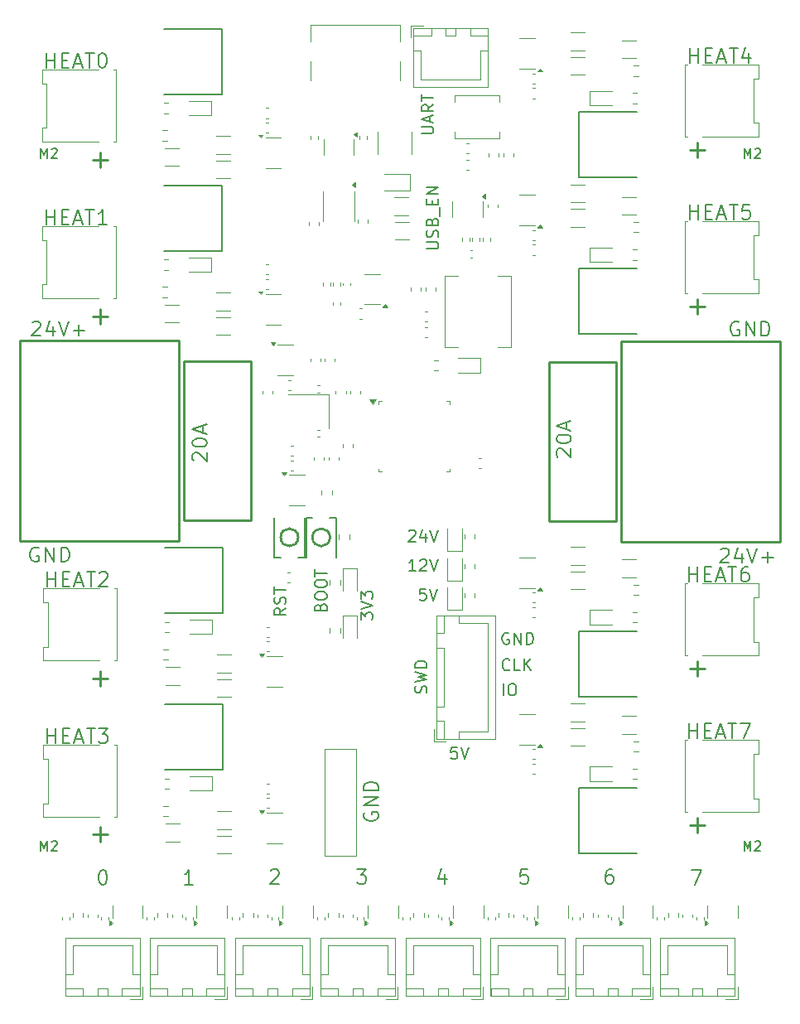
<source format=gbr>
%TF.GenerationSoftware,KiCad,Pcbnew,9.0.3-9.0.3-0~ubuntu24.04.1*%
%TF.CreationDate,2025-08-28T08:20:23-04:00*%
%TF.ProjectId,power distribution,706f7765-7220-4646-9973-747269627574,rev?*%
%TF.SameCoordinates,Original*%
%TF.FileFunction,Legend,Top*%
%TF.FilePolarity,Positive*%
%FSLAX46Y46*%
G04 Gerber Fmt 4.6, Leading zero omitted, Abs format (unit mm)*
G04 Created by KiCad (PCBNEW 9.0.3-9.0.3-0~ubuntu24.04.1) date 2025-08-28 08:20:23*
%MOMM*%
%LPD*%
G01*
G04 APERTURE LIST*
%ADD10C,0.150000*%
%ADD11C,0.200000*%
%ADD12C,0.250000*%
%ADD13C,0.120000*%
G04 APERTURE END LIST*
D10*
X151612969Y-93045342D02*
X150927255Y-93045342D01*
X151270112Y-93045342D02*
X151270112Y-91845342D01*
X151270112Y-91845342D02*
X151155826Y-92016771D01*
X151155826Y-92016771D02*
X151041541Y-92131057D01*
X151041541Y-92131057D02*
X150927255Y-92188200D01*
X152070112Y-91959628D02*
X152127255Y-91902485D01*
X152127255Y-91902485D02*
X152241541Y-91845342D01*
X152241541Y-91845342D02*
X152527255Y-91845342D01*
X152527255Y-91845342D02*
X152641541Y-91902485D01*
X152641541Y-91902485D02*
X152698683Y-91959628D01*
X152698683Y-91959628D02*
X152755826Y-92073914D01*
X152755826Y-92073914D02*
X152755826Y-92188200D01*
X152755826Y-92188200D02*
X152698683Y-92359628D01*
X152698683Y-92359628D02*
X152012969Y-93045342D01*
X152012969Y-93045342D02*
X152755826Y-93045342D01*
X153098683Y-91845342D02*
X153498683Y-93045342D01*
X153498683Y-93045342D02*
X153898683Y-91845342D01*
X152718200Y-105482744D02*
X152775342Y-105311316D01*
X152775342Y-105311316D02*
X152775342Y-105025601D01*
X152775342Y-105025601D02*
X152718200Y-104911316D01*
X152718200Y-104911316D02*
X152661057Y-104854173D01*
X152661057Y-104854173D02*
X152546771Y-104797030D01*
X152546771Y-104797030D02*
X152432485Y-104797030D01*
X152432485Y-104797030D02*
X152318200Y-104854173D01*
X152318200Y-104854173D02*
X152261057Y-104911316D01*
X152261057Y-104911316D02*
X152203914Y-105025601D01*
X152203914Y-105025601D02*
X152146771Y-105254173D01*
X152146771Y-105254173D02*
X152089628Y-105368458D01*
X152089628Y-105368458D02*
X152032485Y-105425601D01*
X152032485Y-105425601D02*
X151918200Y-105482744D01*
X151918200Y-105482744D02*
X151803914Y-105482744D01*
X151803914Y-105482744D02*
X151689628Y-105425601D01*
X151689628Y-105425601D02*
X151632485Y-105368458D01*
X151632485Y-105368458D02*
X151575342Y-105254173D01*
X151575342Y-105254173D02*
X151575342Y-104968458D01*
X151575342Y-104968458D02*
X151632485Y-104797030D01*
X151575342Y-104397030D02*
X152775342Y-104111316D01*
X152775342Y-104111316D02*
X151918200Y-103882744D01*
X151918200Y-103882744D02*
X152775342Y-103654173D01*
X152775342Y-103654173D02*
X151575342Y-103368459D01*
X152775342Y-102911315D02*
X151575342Y-102911315D01*
X151575342Y-102911315D02*
X151575342Y-102625601D01*
X151575342Y-102625601D02*
X151632485Y-102454172D01*
X151632485Y-102454172D02*
X151746771Y-102339887D01*
X151746771Y-102339887D02*
X151861057Y-102282744D01*
X151861057Y-102282744D02*
X152089628Y-102225601D01*
X152089628Y-102225601D02*
X152261057Y-102225601D01*
X152261057Y-102225601D02*
X152489628Y-102282744D01*
X152489628Y-102282744D02*
X152603914Y-102339887D01*
X152603914Y-102339887D02*
X152718200Y-102454172D01*
X152718200Y-102454172D02*
X152775342Y-102625601D01*
X152775342Y-102625601D02*
X152775342Y-102911315D01*
D11*
X179688720Y-57076028D02*
X179688720Y-55576028D01*
X179688720Y-56290314D02*
X180545863Y-56290314D01*
X180545863Y-57076028D02*
X180545863Y-55576028D01*
X181260149Y-56290314D02*
X181760149Y-56290314D01*
X181974435Y-57076028D02*
X181260149Y-57076028D01*
X181260149Y-57076028D02*
X181260149Y-55576028D01*
X181260149Y-55576028D02*
X181974435Y-55576028D01*
X182545864Y-56647457D02*
X183260150Y-56647457D01*
X182403007Y-57076028D02*
X182903007Y-55576028D01*
X182903007Y-55576028D02*
X183403007Y-57076028D01*
X183688721Y-55576028D02*
X184545864Y-55576028D01*
X184117292Y-57076028D02*
X184117292Y-55576028D01*
X185760149Y-55576028D02*
X185045863Y-55576028D01*
X185045863Y-55576028D02*
X184974435Y-56290314D01*
X184974435Y-56290314D02*
X185045863Y-56218885D01*
X185045863Y-56218885D02*
X185188721Y-56147457D01*
X185188721Y-56147457D02*
X185545863Y-56147457D01*
X185545863Y-56147457D02*
X185688721Y-56218885D01*
X185688721Y-56218885D02*
X185760149Y-56290314D01*
X185760149Y-56290314D02*
X185831578Y-56433171D01*
X185831578Y-56433171D02*
X185831578Y-56790314D01*
X185831578Y-56790314D02*
X185760149Y-56933171D01*
X185760149Y-56933171D02*
X185688721Y-57004600D01*
X185688721Y-57004600D02*
X185545863Y-57076028D01*
X185545863Y-57076028D02*
X185188721Y-57076028D01*
X185188721Y-57076028D02*
X185045863Y-57004600D01*
X185045863Y-57004600D02*
X184974435Y-56933171D01*
X179588720Y-110106028D02*
X179588720Y-108606028D01*
X179588720Y-109320314D02*
X180445863Y-109320314D01*
X180445863Y-110106028D02*
X180445863Y-108606028D01*
X181160149Y-109320314D02*
X181660149Y-109320314D01*
X181874435Y-110106028D02*
X181160149Y-110106028D01*
X181160149Y-110106028D02*
X181160149Y-108606028D01*
X181160149Y-108606028D02*
X181874435Y-108606028D01*
X182445864Y-109677457D02*
X183160150Y-109677457D01*
X182303007Y-110106028D02*
X182803007Y-108606028D01*
X182803007Y-108606028D02*
X183303007Y-110106028D01*
X183588721Y-108606028D02*
X184445864Y-108606028D01*
X184017292Y-110106028D02*
X184017292Y-108606028D01*
X184803006Y-108606028D02*
X185803006Y-108606028D01*
X185803006Y-108606028D02*
X185160149Y-110106028D01*
X128948885Y-81782707D02*
X128877457Y-81711279D01*
X128877457Y-81711279D02*
X128806028Y-81568422D01*
X128806028Y-81568422D02*
X128806028Y-81211279D01*
X128806028Y-81211279D02*
X128877457Y-81068422D01*
X128877457Y-81068422D02*
X128948885Y-80996993D01*
X128948885Y-80996993D02*
X129091742Y-80925564D01*
X129091742Y-80925564D02*
X129234600Y-80925564D01*
X129234600Y-80925564D02*
X129448885Y-80996993D01*
X129448885Y-80996993D02*
X130306028Y-81854136D01*
X130306028Y-81854136D02*
X130306028Y-80925564D01*
X128806028Y-79996993D02*
X128806028Y-79854136D01*
X128806028Y-79854136D02*
X128877457Y-79711279D01*
X128877457Y-79711279D02*
X128948885Y-79639851D01*
X128948885Y-79639851D02*
X129091742Y-79568422D01*
X129091742Y-79568422D02*
X129377457Y-79496993D01*
X129377457Y-79496993D02*
X129734600Y-79496993D01*
X129734600Y-79496993D02*
X130020314Y-79568422D01*
X130020314Y-79568422D02*
X130163171Y-79639851D01*
X130163171Y-79639851D02*
X130234600Y-79711279D01*
X130234600Y-79711279D02*
X130306028Y-79854136D01*
X130306028Y-79854136D02*
X130306028Y-79996993D01*
X130306028Y-79996993D02*
X130234600Y-80139851D01*
X130234600Y-80139851D02*
X130163171Y-80211279D01*
X130163171Y-80211279D02*
X130020314Y-80282708D01*
X130020314Y-80282708D02*
X129734600Y-80354136D01*
X129734600Y-80354136D02*
X129377457Y-80354136D01*
X129377457Y-80354136D02*
X129091742Y-80282708D01*
X129091742Y-80282708D02*
X128948885Y-80211279D01*
X128948885Y-80211279D02*
X128877457Y-80139851D01*
X128877457Y-80139851D02*
X128806028Y-79996993D01*
X129877457Y-78925565D02*
X129877457Y-78211280D01*
X130306028Y-79068422D02*
X128806028Y-78568422D01*
X128806028Y-78568422D02*
X130306028Y-78068422D01*
X184674435Y-67577457D02*
X184531578Y-67506028D01*
X184531578Y-67506028D02*
X184317292Y-67506028D01*
X184317292Y-67506028D02*
X184103006Y-67577457D01*
X184103006Y-67577457D02*
X183960149Y-67720314D01*
X183960149Y-67720314D02*
X183888720Y-67863171D01*
X183888720Y-67863171D02*
X183817292Y-68148885D01*
X183817292Y-68148885D02*
X183817292Y-68363171D01*
X183817292Y-68363171D02*
X183888720Y-68648885D01*
X183888720Y-68648885D02*
X183960149Y-68791742D01*
X183960149Y-68791742D02*
X184103006Y-68934600D01*
X184103006Y-68934600D02*
X184317292Y-69006028D01*
X184317292Y-69006028D02*
X184460149Y-69006028D01*
X184460149Y-69006028D02*
X184674435Y-68934600D01*
X184674435Y-68934600D02*
X184745863Y-68863171D01*
X184745863Y-68863171D02*
X184745863Y-68363171D01*
X184745863Y-68363171D02*
X184460149Y-68363171D01*
X185388720Y-69006028D02*
X185388720Y-67506028D01*
X185388720Y-67506028D02*
X186245863Y-69006028D01*
X186245863Y-69006028D02*
X186245863Y-67506028D01*
X186960149Y-69006028D02*
X186960149Y-67506028D01*
X186960149Y-67506028D02*
X187317292Y-67506028D01*
X187317292Y-67506028D02*
X187531578Y-67577457D01*
X187531578Y-67577457D02*
X187674435Y-67720314D01*
X187674435Y-67720314D02*
X187745864Y-67863171D01*
X187745864Y-67863171D02*
X187817292Y-68148885D01*
X187817292Y-68148885D02*
X187817292Y-68363171D01*
X187817292Y-68363171D02*
X187745864Y-68648885D01*
X187745864Y-68648885D02*
X187674435Y-68791742D01*
X187674435Y-68791742D02*
X187531578Y-68934600D01*
X187531578Y-68934600D02*
X187317292Y-69006028D01*
X187317292Y-69006028D02*
X186960149Y-69006028D01*
D10*
X155855826Y-111025342D02*
X155284398Y-111025342D01*
X155284398Y-111025342D02*
X155227255Y-111596771D01*
X155227255Y-111596771D02*
X155284398Y-111539628D01*
X155284398Y-111539628D02*
X155398684Y-111482485D01*
X155398684Y-111482485D02*
X155684398Y-111482485D01*
X155684398Y-111482485D02*
X155798684Y-111539628D01*
X155798684Y-111539628D02*
X155855826Y-111596771D01*
X155855826Y-111596771D02*
X155912969Y-111711057D01*
X155912969Y-111711057D02*
X155912969Y-111996771D01*
X155912969Y-111996771D02*
X155855826Y-112111057D01*
X155855826Y-112111057D02*
X155798684Y-112168200D01*
X155798684Y-112168200D02*
X155684398Y-112225342D01*
X155684398Y-112225342D02*
X155398684Y-112225342D01*
X155398684Y-112225342D02*
X155284398Y-112168200D01*
X155284398Y-112168200D02*
X155227255Y-112111057D01*
X156255826Y-111025342D02*
X156655826Y-112225342D01*
X156655826Y-112225342D02*
X157055826Y-111025342D01*
D11*
X182817292Y-90848885D02*
X182888720Y-90777457D01*
X182888720Y-90777457D02*
X183031578Y-90706028D01*
X183031578Y-90706028D02*
X183388720Y-90706028D01*
X183388720Y-90706028D02*
X183531578Y-90777457D01*
X183531578Y-90777457D02*
X183603006Y-90848885D01*
X183603006Y-90848885D02*
X183674435Y-90991742D01*
X183674435Y-90991742D02*
X183674435Y-91134600D01*
X183674435Y-91134600D02*
X183603006Y-91348885D01*
X183603006Y-91348885D02*
X182745863Y-92206028D01*
X182745863Y-92206028D02*
X183674435Y-92206028D01*
X184960149Y-91206028D02*
X184960149Y-92206028D01*
X184603006Y-90634600D02*
X184245863Y-91706028D01*
X184245863Y-91706028D02*
X185174434Y-91706028D01*
X185531577Y-90706028D02*
X186031577Y-92206028D01*
X186031577Y-92206028D02*
X186531577Y-90706028D01*
X187031576Y-91634600D02*
X188174434Y-91634600D01*
X187603005Y-92206028D02*
X187603005Y-91063171D01*
X112417292Y-67648885D02*
X112488720Y-67577457D01*
X112488720Y-67577457D02*
X112631578Y-67506028D01*
X112631578Y-67506028D02*
X112988720Y-67506028D01*
X112988720Y-67506028D02*
X113131578Y-67577457D01*
X113131578Y-67577457D02*
X113203006Y-67648885D01*
X113203006Y-67648885D02*
X113274435Y-67791742D01*
X113274435Y-67791742D02*
X113274435Y-67934600D01*
X113274435Y-67934600D02*
X113203006Y-68148885D01*
X113203006Y-68148885D02*
X112345863Y-69006028D01*
X112345863Y-69006028D02*
X113274435Y-69006028D01*
X114560149Y-68006028D02*
X114560149Y-69006028D01*
X114203006Y-67434600D02*
X113845863Y-68506028D01*
X113845863Y-68506028D02*
X114774434Y-68506028D01*
X115131577Y-67506028D02*
X115631577Y-69006028D01*
X115631577Y-69006028D02*
X116131577Y-67506028D01*
X116631576Y-68434600D02*
X117774434Y-68434600D01*
X117203005Y-69006028D02*
X117203005Y-67863171D01*
D10*
X161230112Y-103101057D02*
X161172969Y-103158200D01*
X161172969Y-103158200D02*
X161001541Y-103215342D01*
X161001541Y-103215342D02*
X160887255Y-103215342D01*
X160887255Y-103215342D02*
X160715826Y-103158200D01*
X160715826Y-103158200D02*
X160601541Y-103043914D01*
X160601541Y-103043914D02*
X160544398Y-102929628D01*
X160544398Y-102929628D02*
X160487255Y-102701057D01*
X160487255Y-102701057D02*
X160487255Y-102529628D01*
X160487255Y-102529628D02*
X160544398Y-102301057D01*
X160544398Y-102301057D02*
X160601541Y-102186771D01*
X160601541Y-102186771D02*
X160715826Y-102072485D01*
X160715826Y-102072485D02*
X160887255Y-102015342D01*
X160887255Y-102015342D02*
X161001541Y-102015342D01*
X161001541Y-102015342D02*
X161172969Y-102072485D01*
X161172969Y-102072485D02*
X161230112Y-102129628D01*
X162315826Y-103215342D02*
X161744398Y-103215342D01*
X161744398Y-103215342D02*
X161744398Y-102015342D01*
X162715827Y-103215342D02*
X162715827Y-102015342D01*
X163401541Y-103215342D02*
X162887255Y-102529628D01*
X163401541Y-102015342D02*
X162715827Y-102701057D01*
X141916771Y-96715601D02*
X141973914Y-96544173D01*
X141973914Y-96544173D02*
X142031057Y-96487030D01*
X142031057Y-96487030D02*
X142145342Y-96429887D01*
X142145342Y-96429887D02*
X142316771Y-96429887D01*
X142316771Y-96429887D02*
X142431057Y-96487030D01*
X142431057Y-96487030D02*
X142488200Y-96544173D01*
X142488200Y-96544173D02*
X142545342Y-96658458D01*
X142545342Y-96658458D02*
X142545342Y-97115601D01*
X142545342Y-97115601D02*
X141345342Y-97115601D01*
X141345342Y-97115601D02*
X141345342Y-96715601D01*
X141345342Y-96715601D02*
X141402485Y-96601316D01*
X141402485Y-96601316D02*
X141459628Y-96544173D01*
X141459628Y-96544173D02*
X141573914Y-96487030D01*
X141573914Y-96487030D02*
X141688200Y-96487030D01*
X141688200Y-96487030D02*
X141802485Y-96544173D01*
X141802485Y-96544173D02*
X141859628Y-96601316D01*
X141859628Y-96601316D02*
X141916771Y-96715601D01*
X141916771Y-96715601D02*
X141916771Y-97115601D01*
X141345342Y-95687030D02*
X141345342Y-95458458D01*
X141345342Y-95458458D02*
X141402485Y-95344173D01*
X141402485Y-95344173D02*
X141516771Y-95229887D01*
X141516771Y-95229887D02*
X141745342Y-95172744D01*
X141745342Y-95172744D02*
X142145342Y-95172744D01*
X142145342Y-95172744D02*
X142373914Y-95229887D01*
X142373914Y-95229887D02*
X142488200Y-95344173D01*
X142488200Y-95344173D02*
X142545342Y-95458458D01*
X142545342Y-95458458D02*
X142545342Y-95687030D01*
X142545342Y-95687030D02*
X142488200Y-95801316D01*
X142488200Y-95801316D02*
X142373914Y-95915601D01*
X142373914Y-95915601D02*
X142145342Y-95972744D01*
X142145342Y-95972744D02*
X141745342Y-95972744D01*
X141745342Y-95972744D02*
X141516771Y-95915601D01*
X141516771Y-95915601D02*
X141402485Y-95801316D01*
X141402485Y-95801316D02*
X141345342Y-95687030D01*
X141345342Y-94429887D02*
X141345342Y-94201315D01*
X141345342Y-94201315D02*
X141402485Y-94087030D01*
X141402485Y-94087030D02*
X141516771Y-93972744D01*
X141516771Y-93972744D02*
X141745342Y-93915601D01*
X141745342Y-93915601D02*
X142145342Y-93915601D01*
X142145342Y-93915601D02*
X142373914Y-93972744D01*
X142373914Y-93972744D02*
X142488200Y-94087030D01*
X142488200Y-94087030D02*
X142545342Y-94201315D01*
X142545342Y-94201315D02*
X142545342Y-94429887D01*
X142545342Y-94429887D02*
X142488200Y-94544173D01*
X142488200Y-94544173D02*
X142373914Y-94658458D01*
X142373914Y-94658458D02*
X142145342Y-94715601D01*
X142145342Y-94715601D02*
X141745342Y-94715601D01*
X141745342Y-94715601D02*
X141516771Y-94658458D01*
X141516771Y-94658458D02*
X141402485Y-94544173D01*
X141402485Y-94544173D02*
X141345342Y-94429887D01*
X141345342Y-93572744D02*
X141345342Y-92887030D01*
X142545342Y-93229887D02*
X141345342Y-93229887D01*
D11*
X179845863Y-123606028D02*
X180845863Y-123606028D01*
X180845863Y-123606028D02*
X180203006Y-125106028D01*
X113888720Y-57606028D02*
X113888720Y-56106028D01*
X113888720Y-56820314D02*
X114745863Y-56820314D01*
X114745863Y-57606028D02*
X114745863Y-56106028D01*
X115460149Y-56820314D02*
X115960149Y-56820314D01*
X116174435Y-57606028D02*
X115460149Y-57606028D01*
X115460149Y-57606028D02*
X115460149Y-56106028D01*
X115460149Y-56106028D02*
X116174435Y-56106028D01*
X116745864Y-57177457D02*
X117460150Y-57177457D01*
X116603007Y-57606028D02*
X117103007Y-56106028D01*
X117103007Y-56106028D02*
X117603007Y-57606028D01*
X117888721Y-56106028D02*
X118745864Y-56106028D01*
X118317292Y-57606028D02*
X118317292Y-56106028D01*
X120031578Y-57606028D02*
X119174435Y-57606028D01*
X119603006Y-57606028D02*
X119603006Y-56106028D01*
X119603006Y-56106028D02*
X119460149Y-56320314D01*
X119460149Y-56320314D02*
X119317292Y-56463171D01*
X119317292Y-56463171D02*
X119174435Y-56534600D01*
X113888720Y-41606028D02*
X113888720Y-40106028D01*
X113888720Y-40820314D02*
X114745863Y-40820314D01*
X114745863Y-41606028D02*
X114745863Y-40106028D01*
X115460149Y-40820314D02*
X115960149Y-40820314D01*
X116174435Y-41606028D02*
X115460149Y-41606028D01*
X115460149Y-41606028D02*
X115460149Y-40106028D01*
X115460149Y-40106028D02*
X116174435Y-40106028D01*
X116745864Y-41177457D02*
X117460150Y-41177457D01*
X116603007Y-41606028D02*
X117103007Y-40106028D01*
X117103007Y-40106028D02*
X117603007Y-41606028D01*
X117888721Y-40106028D02*
X118745864Y-40106028D01*
X118317292Y-41606028D02*
X118317292Y-40106028D01*
X119531578Y-40106028D02*
X119674435Y-40106028D01*
X119674435Y-40106028D02*
X119817292Y-40177457D01*
X119817292Y-40177457D02*
X119888721Y-40248885D01*
X119888721Y-40248885D02*
X119960149Y-40391742D01*
X119960149Y-40391742D02*
X120031578Y-40677457D01*
X120031578Y-40677457D02*
X120031578Y-41034600D01*
X120031578Y-41034600D02*
X119960149Y-41320314D01*
X119960149Y-41320314D02*
X119888721Y-41463171D01*
X119888721Y-41463171D02*
X119817292Y-41534600D01*
X119817292Y-41534600D02*
X119674435Y-41606028D01*
X119674435Y-41606028D02*
X119531578Y-41606028D01*
X119531578Y-41606028D02*
X119388721Y-41534600D01*
X119388721Y-41534600D02*
X119317292Y-41463171D01*
X119317292Y-41463171D02*
X119245863Y-41320314D01*
X119245863Y-41320314D02*
X119174435Y-41034600D01*
X119174435Y-41034600D02*
X119174435Y-40677457D01*
X119174435Y-40677457D02*
X119245863Y-40391742D01*
X119245863Y-40391742D02*
X119317292Y-40248885D01*
X119317292Y-40248885D02*
X119388721Y-40177457D01*
X119388721Y-40177457D02*
X119531578Y-40106028D01*
D12*
X179640663Y-118980333D02*
X181164473Y-118980333D01*
X180402568Y-119742238D02*
X180402568Y-118218428D01*
D11*
X145645863Y-123506028D02*
X146574435Y-123506028D01*
X146574435Y-123506028D02*
X146074435Y-124077457D01*
X146074435Y-124077457D02*
X146288720Y-124077457D01*
X146288720Y-124077457D02*
X146431578Y-124148885D01*
X146431578Y-124148885D02*
X146503006Y-124220314D01*
X146503006Y-124220314D02*
X146574435Y-124363171D01*
X146574435Y-124363171D02*
X146574435Y-124720314D01*
X146574435Y-124720314D02*
X146503006Y-124863171D01*
X146503006Y-124863171D02*
X146431578Y-124934600D01*
X146431578Y-124934600D02*
X146288720Y-125006028D01*
X146288720Y-125006028D02*
X145860149Y-125006028D01*
X145860149Y-125006028D02*
X145717292Y-124934600D01*
X145717292Y-124934600D02*
X145645863Y-124863171D01*
D10*
X152245342Y-48315601D02*
X153216771Y-48315601D01*
X153216771Y-48315601D02*
X153331057Y-48258458D01*
X153331057Y-48258458D02*
X153388200Y-48201316D01*
X153388200Y-48201316D02*
X153445342Y-48087030D01*
X153445342Y-48087030D02*
X153445342Y-47858458D01*
X153445342Y-47858458D02*
X153388200Y-47744173D01*
X153388200Y-47744173D02*
X153331057Y-47687030D01*
X153331057Y-47687030D02*
X153216771Y-47629887D01*
X153216771Y-47629887D02*
X152245342Y-47629887D01*
X153102485Y-47115601D02*
X153102485Y-46544173D01*
X153445342Y-47229887D02*
X152245342Y-46829887D01*
X152245342Y-46829887D02*
X153445342Y-46429887D01*
X153445342Y-45344173D02*
X152873914Y-45744173D01*
X153445342Y-46029887D02*
X152245342Y-46029887D01*
X152245342Y-46029887D02*
X152245342Y-45572744D01*
X152245342Y-45572744D02*
X152302485Y-45458459D01*
X152302485Y-45458459D02*
X152359628Y-45401316D01*
X152359628Y-45401316D02*
X152473914Y-45344173D01*
X152473914Y-45344173D02*
X152645342Y-45344173D01*
X152645342Y-45344173D02*
X152759628Y-45401316D01*
X152759628Y-45401316D02*
X152816771Y-45458459D01*
X152816771Y-45458459D02*
X152873914Y-45572744D01*
X152873914Y-45572744D02*
X152873914Y-46029887D01*
X152245342Y-45001316D02*
X152245342Y-44315602D01*
X153445342Y-44658459D02*
X152245342Y-44658459D01*
D11*
X113074435Y-90677457D02*
X112931578Y-90606028D01*
X112931578Y-90606028D02*
X112717292Y-90606028D01*
X112717292Y-90606028D02*
X112503006Y-90677457D01*
X112503006Y-90677457D02*
X112360149Y-90820314D01*
X112360149Y-90820314D02*
X112288720Y-90963171D01*
X112288720Y-90963171D02*
X112217292Y-91248885D01*
X112217292Y-91248885D02*
X112217292Y-91463171D01*
X112217292Y-91463171D02*
X112288720Y-91748885D01*
X112288720Y-91748885D02*
X112360149Y-91891742D01*
X112360149Y-91891742D02*
X112503006Y-92034600D01*
X112503006Y-92034600D02*
X112717292Y-92106028D01*
X112717292Y-92106028D02*
X112860149Y-92106028D01*
X112860149Y-92106028D02*
X113074435Y-92034600D01*
X113074435Y-92034600D02*
X113145863Y-91963171D01*
X113145863Y-91963171D02*
X113145863Y-91463171D01*
X113145863Y-91463171D02*
X112860149Y-91463171D01*
X113788720Y-92106028D02*
X113788720Y-90606028D01*
X113788720Y-90606028D02*
X114645863Y-92106028D01*
X114645863Y-92106028D02*
X114645863Y-90606028D01*
X115360149Y-92106028D02*
X115360149Y-90606028D01*
X115360149Y-90606028D02*
X115717292Y-90606028D01*
X115717292Y-90606028D02*
X115931578Y-90677457D01*
X115931578Y-90677457D02*
X116074435Y-90820314D01*
X116074435Y-90820314D02*
X116145864Y-90963171D01*
X116145864Y-90963171D02*
X116217292Y-91248885D01*
X116217292Y-91248885D02*
X116217292Y-91463171D01*
X116217292Y-91463171D02*
X116145864Y-91748885D01*
X116145864Y-91748885D02*
X116074435Y-91891742D01*
X116074435Y-91891742D02*
X115931578Y-92034600D01*
X115931578Y-92034600D02*
X115717292Y-92106028D01*
X115717292Y-92106028D02*
X115360149Y-92106028D01*
X119574435Y-123606028D02*
X119717292Y-123606028D01*
X119717292Y-123606028D02*
X119860149Y-123677457D01*
X119860149Y-123677457D02*
X119931578Y-123748885D01*
X119931578Y-123748885D02*
X120003006Y-123891742D01*
X120003006Y-123891742D02*
X120074435Y-124177457D01*
X120074435Y-124177457D02*
X120074435Y-124534600D01*
X120074435Y-124534600D02*
X120003006Y-124820314D01*
X120003006Y-124820314D02*
X119931578Y-124963171D01*
X119931578Y-124963171D02*
X119860149Y-125034600D01*
X119860149Y-125034600D02*
X119717292Y-125106028D01*
X119717292Y-125106028D02*
X119574435Y-125106028D01*
X119574435Y-125106028D02*
X119431578Y-125034600D01*
X119431578Y-125034600D02*
X119360149Y-124963171D01*
X119360149Y-124963171D02*
X119288720Y-124820314D01*
X119288720Y-124820314D02*
X119217292Y-124534600D01*
X119217292Y-124534600D02*
X119217292Y-124177457D01*
X119217292Y-124177457D02*
X119288720Y-123891742D01*
X119288720Y-123891742D02*
X119360149Y-123748885D01*
X119360149Y-123748885D02*
X119431578Y-123677457D01*
X119431578Y-123677457D02*
X119574435Y-123606028D01*
X166148885Y-81382707D02*
X166077457Y-81311279D01*
X166077457Y-81311279D02*
X166006028Y-81168422D01*
X166006028Y-81168422D02*
X166006028Y-80811279D01*
X166006028Y-80811279D02*
X166077457Y-80668422D01*
X166077457Y-80668422D02*
X166148885Y-80596993D01*
X166148885Y-80596993D02*
X166291742Y-80525564D01*
X166291742Y-80525564D02*
X166434600Y-80525564D01*
X166434600Y-80525564D02*
X166648885Y-80596993D01*
X166648885Y-80596993D02*
X167506028Y-81454136D01*
X167506028Y-81454136D02*
X167506028Y-80525564D01*
X166006028Y-79596993D02*
X166006028Y-79454136D01*
X166006028Y-79454136D02*
X166077457Y-79311279D01*
X166077457Y-79311279D02*
X166148885Y-79239851D01*
X166148885Y-79239851D02*
X166291742Y-79168422D01*
X166291742Y-79168422D02*
X166577457Y-79096993D01*
X166577457Y-79096993D02*
X166934600Y-79096993D01*
X166934600Y-79096993D02*
X167220314Y-79168422D01*
X167220314Y-79168422D02*
X167363171Y-79239851D01*
X167363171Y-79239851D02*
X167434600Y-79311279D01*
X167434600Y-79311279D02*
X167506028Y-79454136D01*
X167506028Y-79454136D02*
X167506028Y-79596993D01*
X167506028Y-79596993D02*
X167434600Y-79739851D01*
X167434600Y-79739851D02*
X167363171Y-79811279D01*
X167363171Y-79811279D02*
X167220314Y-79882708D01*
X167220314Y-79882708D02*
X166934600Y-79954136D01*
X166934600Y-79954136D02*
X166577457Y-79954136D01*
X166577457Y-79954136D02*
X166291742Y-79882708D01*
X166291742Y-79882708D02*
X166148885Y-79811279D01*
X166148885Y-79811279D02*
X166077457Y-79739851D01*
X166077457Y-79739851D02*
X166006028Y-79596993D01*
X167077457Y-78525565D02*
X167077457Y-77811280D01*
X167506028Y-78668422D02*
X166006028Y-78168422D01*
X166006028Y-78168422D02*
X167506028Y-77668422D01*
D10*
X152655826Y-94845342D02*
X152084398Y-94845342D01*
X152084398Y-94845342D02*
X152027255Y-95416771D01*
X152027255Y-95416771D02*
X152084398Y-95359628D01*
X152084398Y-95359628D02*
X152198684Y-95302485D01*
X152198684Y-95302485D02*
X152484398Y-95302485D01*
X152484398Y-95302485D02*
X152598684Y-95359628D01*
X152598684Y-95359628D02*
X152655826Y-95416771D01*
X152655826Y-95416771D02*
X152712969Y-95531057D01*
X152712969Y-95531057D02*
X152712969Y-95816771D01*
X152712969Y-95816771D02*
X152655826Y-95931057D01*
X152655826Y-95931057D02*
X152598684Y-95988200D01*
X152598684Y-95988200D02*
X152484398Y-96045342D01*
X152484398Y-96045342D02*
X152198684Y-96045342D01*
X152198684Y-96045342D02*
X152084398Y-95988200D01*
X152084398Y-95988200D02*
X152027255Y-95931057D01*
X153055826Y-94845342D02*
X153455826Y-96045342D01*
X153455826Y-96045342D02*
X153855826Y-94845342D01*
D12*
X179640663Y-102980333D02*
X181164473Y-102980333D01*
X180402568Y-103742238D02*
X180402568Y-102218428D01*
D10*
X138345342Y-96829887D02*
X137773914Y-97229887D01*
X138345342Y-97515601D02*
X137145342Y-97515601D01*
X137145342Y-97515601D02*
X137145342Y-97058458D01*
X137145342Y-97058458D02*
X137202485Y-96944173D01*
X137202485Y-96944173D02*
X137259628Y-96887030D01*
X137259628Y-96887030D02*
X137373914Y-96829887D01*
X137373914Y-96829887D02*
X137545342Y-96829887D01*
X137545342Y-96829887D02*
X137659628Y-96887030D01*
X137659628Y-96887030D02*
X137716771Y-96944173D01*
X137716771Y-96944173D02*
X137773914Y-97058458D01*
X137773914Y-97058458D02*
X137773914Y-97515601D01*
X138288200Y-96372744D02*
X138345342Y-96201316D01*
X138345342Y-96201316D02*
X138345342Y-95915601D01*
X138345342Y-95915601D02*
X138288200Y-95801316D01*
X138288200Y-95801316D02*
X138231057Y-95744173D01*
X138231057Y-95744173D02*
X138116771Y-95687030D01*
X138116771Y-95687030D02*
X138002485Y-95687030D01*
X138002485Y-95687030D02*
X137888200Y-95744173D01*
X137888200Y-95744173D02*
X137831057Y-95801316D01*
X137831057Y-95801316D02*
X137773914Y-95915601D01*
X137773914Y-95915601D02*
X137716771Y-96144173D01*
X137716771Y-96144173D02*
X137659628Y-96258458D01*
X137659628Y-96258458D02*
X137602485Y-96315601D01*
X137602485Y-96315601D02*
X137488200Y-96372744D01*
X137488200Y-96372744D02*
X137373914Y-96372744D01*
X137373914Y-96372744D02*
X137259628Y-96315601D01*
X137259628Y-96315601D02*
X137202485Y-96258458D01*
X137202485Y-96258458D02*
X137145342Y-96144173D01*
X137145342Y-96144173D02*
X137145342Y-95858458D01*
X137145342Y-95858458D02*
X137202485Y-95687030D01*
X137145342Y-95344173D02*
X137145342Y-94658459D01*
X138345342Y-95001316D02*
X137145342Y-95001316D01*
D11*
X128874435Y-125106028D02*
X128017292Y-125106028D01*
X128445863Y-125106028D02*
X128445863Y-123606028D01*
X128445863Y-123606028D02*
X128303006Y-123820314D01*
X128303006Y-123820314D02*
X128160149Y-123963171D01*
X128160149Y-123963171D02*
X128017292Y-124034600D01*
X163103006Y-123506028D02*
X162388720Y-123506028D01*
X162388720Y-123506028D02*
X162317292Y-124220314D01*
X162317292Y-124220314D02*
X162388720Y-124148885D01*
X162388720Y-124148885D02*
X162531578Y-124077457D01*
X162531578Y-124077457D02*
X162888720Y-124077457D01*
X162888720Y-124077457D02*
X163031578Y-124148885D01*
X163031578Y-124148885D02*
X163103006Y-124220314D01*
X163103006Y-124220314D02*
X163174435Y-124363171D01*
X163174435Y-124363171D02*
X163174435Y-124720314D01*
X163174435Y-124720314D02*
X163103006Y-124863171D01*
X163103006Y-124863171D02*
X163031578Y-124934600D01*
X163031578Y-124934600D02*
X162888720Y-125006028D01*
X162888720Y-125006028D02*
X162531578Y-125006028D01*
X162531578Y-125006028D02*
X162388720Y-124934600D01*
X162388720Y-124934600D02*
X162317292Y-124863171D01*
X113988720Y-94606028D02*
X113988720Y-93106028D01*
X113988720Y-93820314D02*
X114845863Y-93820314D01*
X114845863Y-94606028D02*
X114845863Y-93106028D01*
X115560149Y-93820314D02*
X116060149Y-93820314D01*
X116274435Y-94606028D02*
X115560149Y-94606028D01*
X115560149Y-94606028D02*
X115560149Y-93106028D01*
X115560149Y-93106028D02*
X116274435Y-93106028D01*
X116845864Y-94177457D02*
X117560150Y-94177457D01*
X116703007Y-94606028D02*
X117203007Y-93106028D01*
X117203007Y-93106028D02*
X117703007Y-94606028D01*
X117988721Y-93106028D02*
X118845864Y-93106028D01*
X118417292Y-94606028D02*
X118417292Y-93106028D01*
X119274435Y-93248885D02*
X119345863Y-93177457D01*
X119345863Y-93177457D02*
X119488721Y-93106028D01*
X119488721Y-93106028D02*
X119845863Y-93106028D01*
X119845863Y-93106028D02*
X119988721Y-93177457D01*
X119988721Y-93177457D02*
X120060149Y-93248885D01*
X120060149Y-93248885D02*
X120131578Y-93391742D01*
X120131578Y-93391742D02*
X120131578Y-93534600D01*
X120131578Y-93534600D02*
X120060149Y-93748885D01*
X120060149Y-93748885D02*
X119203006Y-94606028D01*
X119203006Y-94606028D02*
X120131578Y-94606028D01*
D12*
X118640663Y-119980333D02*
X120164473Y-119980333D01*
X119402568Y-120742238D02*
X119402568Y-119218428D01*
D10*
X146045342Y-98029887D02*
X146045342Y-97287030D01*
X146045342Y-97287030D02*
X146502485Y-97687030D01*
X146502485Y-97687030D02*
X146502485Y-97515601D01*
X146502485Y-97515601D02*
X146559628Y-97401316D01*
X146559628Y-97401316D02*
X146616771Y-97344173D01*
X146616771Y-97344173D02*
X146731057Y-97287030D01*
X146731057Y-97287030D02*
X147016771Y-97287030D01*
X147016771Y-97287030D02*
X147131057Y-97344173D01*
X147131057Y-97344173D02*
X147188200Y-97401316D01*
X147188200Y-97401316D02*
X147245342Y-97515601D01*
X147245342Y-97515601D02*
X147245342Y-97858458D01*
X147245342Y-97858458D02*
X147188200Y-97972744D01*
X147188200Y-97972744D02*
X147131057Y-98029887D01*
X146045342Y-96944173D02*
X147245342Y-96544173D01*
X147245342Y-96544173D02*
X146045342Y-96144173D01*
X146045342Y-95858459D02*
X146045342Y-95115602D01*
X146045342Y-95115602D02*
X146502485Y-95515602D01*
X146502485Y-95515602D02*
X146502485Y-95344173D01*
X146502485Y-95344173D02*
X146559628Y-95229888D01*
X146559628Y-95229888D02*
X146616771Y-95172745D01*
X146616771Y-95172745D02*
X146731057Y-95115602D01*
X146731057Y-95115602D02*
X147016771Y-95115602D01*
X147016771Y-95115602D02*
X147131057Y-95172745D01*
X147131057Y-95172745D02*
X147188200Y-95229888D01*
X147188200Y-95229888D02*
X147245342Y-95344173D01*
X147245342Y-95344173D02*
X147245342Y-95687030D01*
X147245342Y-95687030D02*
X147188200Y-95801316D01*
X147188200Y-95801316D02*
X147131057Y-95858459D01*
D12*
X179640663Y-65980333D02*
X181164473Y-65980333D01*
X180402568Y-66742238D02*
X180402568Y-65218428D01*
D10*
X150927255Y-88959628D02*
X150984398Y-88902485D01*
X150984398Y-88902485D02*
X151098684Y-88845342D01*
X151098684Y-88845342D02*
X151384398Y-88845342D01*
X151384398Y-88845342D02*
X151498684Y-88902485D01*
X151498684Y-88902485D02*
X151555826Y-88959628D01*
X151555826Y-88959628D02*
X151612969Y-89073914D01*
X151612969Y-89073914D02*
X151612969Y-89188200D01*
X151612969Y-89188200D02*
X151555826Y-89359628D01*
X151555826Y-89359628D02*
X150870112Y-90045342D01*
X150870112Y-90045342D02*
X151612969Y-90045342D01*
X152641541Y-89245342D02*
X152641541Y-90045342D01*
X152355826Y-88788200D02*
X152070112Y-89645342D01*
X152070112Y-89645342D02*
X152812969Y-89645342D01*
X153098683Y-88845342D02*
X153498683Y-90045342D01*
X153498683Y-90045342D02*
X153898683Y-88845342D01*
D12*
X118640663Y-103980333D02*
X120164473Y-103980333D01*
X119402568Y-104742238D02*
X119402568Y-103218428D01*
X118640663Y-66980333D02*
X120164473Y-66980333D01*
X119402568Y-67742238D02*
X119402568Y-66218428D01*
D10*
X152745342Y-60115601D02*
X153716771Y-60115601D01*
X153716771Y-60115601D02*
X153831057Y-60058458D01*
X153831057Y-60058458D02*
X153888200Y-60001316D01*
X153888200Y-60001316D02*
X153945342Y-59887030D01*
X153945342Y-59887030D02*
X153945342Y-59658458D01*
X153945342Y-59658458D02*
X153888200Y-59544173D01*
X153888200Y-59544173D02*
X153831057Y-59487030D01*
X153831057Y-59487030D02*
X153716771Y-59429887D01*
X153716771Y-59429887D02*
X152745342Y-59429887D01*
X153888200Y-58915601D02*
X153945342Y-58744173D01*
X153945342Y-58744173D02*
X153945342Y-58458458D01*
X153945342Y-58458458D02*
X153888200Y-58344173D01*
X153888200Y-58344173D02*
X153831057Y-58287030D01*
X153831057Y-58287030D02*
X153716771Y-58229887D01*
X153716771Y-58229887D02*
X153602485Y-58229887D01*
X153602485Y-58229887D02*
X153488200Y-58287030D01*
X153488200Y-58287030D02*
X153431057Y-58344173D01*
X153431057Y-58344173D02*
X153373914Y-58458458D01*
X153373914Y-58458458D02*
X153316771Y-58687030D01*
X153316771Y-58687030D02*
X153259628Y-58801315D01*
X153259628Y-58801315D02*
X153202485Y-58858458D01*
X153202485Y-58858458D02*
X153088200Y-58915601D01*
X153088200Y-58915601D02*
X152973914Y-58915601D01*
X152973914Y-58915601D02*
X152859628Y-58858458D01*
X152859628Y-58858458D02*
X152802485Y-58801315D01*
X152802485Y-58801315D02*
X152745342Y-58687030D01*
X152745342Y-58687030D02*
X152745342Y-58401315D01*
X152745342Y-58401315D02*
X152802485Y-58229887D01*
X153316771Y-57315601D02*
X153373914Y-57144173D01*
X153373914Y-57144173D02*
X153431057Y-57087030D01*
X153431057Y-57087030D02*
X153545342Y-57029887D01*
X153545342Y-57029887D02*
X153716771Y-57029887D01*
X153716771Y-57029887D02*
X153831057Y-57087030D01*
X153831057Y-57087030D02*
X153888200Y-57144173D01*
X153888200Y-57144173D02*
X153945342Y-57258458D01*
X153945342Y-57258458D02*
X153945342Y-57715601D01*
X153945342Y-57715601D02*
X152745342Y-57715601D01*
X152745342Y-57715601D02*
X152745342Y-57315601D01*
X152745342Y-57315601D02*
X152802485Y-57201316D01*
X152802485Y-57201316D02*
X152859628Y-57144173D01*
X152859628Y-57144173D02*
X152973914Y-57087030D01*
X152973914Y-57087030D02*
X153088200Y-57087030D01*
X153088200Y-57087030D02*
X153202485Y-57144173D01*
X153202485Y-57144173D02*
X153259628Y-57201316D01*
X153259628Y-57201316D02*
X153316771Y-57315601D01*
X153316771Y-57315601D02*
X153316771Y-57715601D01*
X154059628Y-56801316D02*
X154059628Y-55887030D01*
X153316771Y-55601315D02*
X153316771Y-55201315D01*
X153945342Y-55029887D02*
X153945342Y-55601315D01*
X153945342Y-55601315D02*
X152745342Y-55601315D01*
X152745342Y-55601315D02*
X152745342Y-55029887D01*
X153945342Y-54515601D02*
X152745342Y-54515601D01*
X152745342Y-54515601D02*
X153945342Y-53829887D01*
X153945342Y-53829887D02*
X152745342Y-53829887D01*
X161142969Y-99382485D02*
X161028684Y-99325342D01*
X161028684Y-99325342D02*
X160857255Y-99325342D01*
X160857255Y-99325342D02*
X160685826Y-99382485D01*
X160685826Y-99382485D02*
X160571541Y-99496771D01*
X160571541Y-99496771D02*
X160514398Y-99611057D01*
X160514398Y-99611057D02*
X160457255Y-99839628D01*
X160457255Y-99839628D02*
X160457255Y-100011057D01*
X160457255Y-100011057D02*
X160514398Y-100239628D01*
X160514398Y-100239628D02*
X160571541Y-100353914D01*
X160571541Y-100353914D02*
X160685826Y-100468200D01*
X160685826Y-100468200D02*
X160857255Y-100525342D01*
X160857255Y-100525342D02*
X160971541Y-100525342D01*
X160971541Y-100525342D02*
X161142969Y-100468200D01*
X161142969Y-100468200D02*
X161200112Y-100411057D01*
X161200112Y-100411057D02*
X161200112Y-100011057D01*
X161200112Y-100011057D02*
X160971541Y-100011057D01*
X161714398Y-100525342D02*
X161714398Y-99325342D01*
X161714398Y-99325342D02*
X162400112Y-100525342D01*
X162400112Y-100525342D02*
X162400112Y-99325342D01*
X162971541Y-100525342D02*
X162971541Y-99325342D01*
X162971541Y-99325342D02*
X163257255Y-99325342D01*
X163257255Y-99325342D02*
X163428684Y-99382485D01*
X163428684Y-99382485D02*
X163542969Y-99496771D01*
X163542969Y-99496771D02*
X163600112Y-99611057D01*
X163600112Y-99611057D02*
X163657255Y-99839628D01*
X163657255Y-99839628D02*
X163657255Y-100011057D01*
X163657255Y-100011057D02*
X163600112Y-100239628D01*
X163600112Y-100239628D02*
X163542969Y-100353914D01*
X163542969Y-100353914D02*
X163428684Y-100468200D01*
X163428684Y-100468200D02*
X163257255Y-100525342D01*
X163257255Y-100525342D02*
X162971541Y-100525342D01*
D11*
X146377457Y-117725564D02*
X146306028Y-117868422D01*
X146306028Y-117868422D02*
X146306028Y-118082707D01*
X146306028Y-118082707D02*
X146377457Y-118296993D01*
X146377457Y-118296993D02*
X146520314Y-118439850D01*
X146520314Y-118439850D02*
X146663171Y-118511279D01*
X146663171Y-118511279D02*
X146948885Y-118582707D01*
X146948885Y-118582707D02*
X147163171Y-118582707D01*
X147163171Y-118582707D02*
X147448885Y-118511279D01*
X147448885Y-118511279D02*
X147591742Y-118439850D01*
X147591742Y-118439850D02*
X147734600Y-118296993D01*
X147734600Y-118296993D02*
X147806028Y-118082707D01*
X147806028Y-118082707D02*
X147806028Y-117939850D01*
X147806028Y-117939850D02*
X147734600Y-117725564D01*
X147734600Y-117725564D02*
X147663171Y-117654136D01*
X147663171Y-117654136D02*
X147163171Y-117654136D01*
X147163171Y-117654136D02*
X147163171Y-117939850D01*
X147806028Y-117011279D02*
X146306028Y-117011279D01*
X146306028Y-117011279D02*
X147806028Y-116154136D01*
X147806028Y-116154136D02*
X146306028Y-116154136D01*
X147806028Y-115439850D02*
X146306028Y-115439850D01*
X146306028Y-115439850D02*
X146306028Y-115082707D01*
X146306028Y-115082707D02*
X146377457Y-114868421D01*
X146377457Y-114868421D02*
X146520314Y-114725564D01*
X146520314Y-114725564D02*
X146663171Y-114654135D01*
X146663171Y-114654135D02*
X146948885Y-114582707D01*
X146948885Y-114582707D02*
X147163171Y-114582707D01*
X147163171Y-114582707D02*
X147448885Y-114654135D01*
X147448885Y-114654135D02*
X147591742Y-114725564D01*
X147591742Y-114725564D02*
X147734600Y-114868421D01*
X147734600Y-114868421D02*
X147806028Y-115082707D01*
X147806028Y-115082707D02*
X147806028Y-115439850D01*
X179588720Y-94126028D02*
X179588720Y-92626028D01*
X179588720Y-93340314D02*
X180445863Y-93340314D01*
X180445863Y-94126028D02*
X180445863Y-92626028D01*
X181160149Y-93340314D02*
X181660149Y-93340314D01*
X181874435Y-94126028D02*
X181160149Y-94126028D01*
X181160149Y-94126028D02*
X181160149Y-92626028D01*
X181160149Y-92626028D02*
X181874435Y-92626028D01*
X182445864Y-93697457D02*
X183160150Y-93697457D01*
X182303007Y-94126028D02*
X182803007Y-92626028D01*
X182803007Y-92626028D02*
X183303007Y-94126028D01*
X183588721Y-92626028D02*
X184445864Y-92626028D01*
X184017292Y-94126028D02*
X184017292Y-92626028D01*
X185588721Y-92626028D02*
X185303006Y-92626028D01*
X185303006Y-92626028D02*
X185160149Y-92697457D01*
X185160149Y-92697457D02*
X185088721Y-92768885D01*
X185088721Y-92768885D02*
X184945863Y-92983171D01*
X184945863Y-92983171D02*
X184874435Y-93268885D01*
X184874435Y-93268885D02*
X184874435Y-93840314D01*
X184874435Y-93840314D02*
X184945863Y-93983171D01*
X184945863Y-93983171D02*
X185017292Y-94054600D01*
X185017292Y-94054600D02*
X185160149Y-94126028D01*
X185160149Y-94126028D02*
X185445863Y-94126028D01*
X185445863Y-94126028D02*
X185588721Y-94054600D01*
X185588721Y-94054600D02*
X185660149Y-93983171D01*
X185660149Y-93983171D02*
X185731578Y-93840314D01*
X185731578Y-93840314D02*
X185731578Y-93483171D01*
X185731578Y-93483171D02*
X185660149Y-93340314D01*
X185660149Y-93340314D02*
X185588721Y-93268885D01*
X185588721Y-93268885D02*
X185445863Y-93197457D01*
X185445863Y-93197457D02*
X185160149Y-93197457D01*
X185160149Y-93197457D02*
X185017292Y-93268885D01*
X185017292Y-93268885D02*
X184945863Y-93340314D01*
X184945863Y-93340314D02*
X184874435Y-93483171D01*
X154631578Y-124006028D02*
X154631578Y-125006028D01*
X154274435Y-123434600D02*
X153917292Y-124506028D01*
X153917292Y-124506028D02*
X154845863Y-124506028D01*
D12*
X118640663Y-50980333D02*
X120164473Y-50980333D01*
X119402568Y-51742238D02*
X119402568Y-50218428D01*
X179640663Y-49980333D02*
X181164473Y-49980333D01*
X180402568Y-50742238D02*
X180402568Y-49218428D01*
D11*
X136817292Y-123648885D02*
X136888720Y-123577457D01*
X136888720Y-123577457D02*
X137031578Y-123506028D01*
X137031578Y-123506028D02*
X137388720Y-123506028D01*
X137388720Y-123506028D02*
X137531578Y-123577457D01*
X137531578Y-123577457D02*
X137603006Y-123648885D01*
X137603006Y-123648885D02*
X137674435Y-123791742D01*
X137674435Y-123791742D02*
X137674435Y-123934600D01*
X137674435Y-123934600D02*
X137603006Y-124148885D01*
X137603006Y-124148885D02*
X136745863Y-125006028D01*
X136745863Y-125006028D02*
X137674435Y-125006028D01*
X113988720Y-110626028D02*
X113988720Y-109126028D01*
X113988720Y-109840314D02*
X114845863Y-109840314D01*
X114845863Y-110626028D02*
X114845863Y-109126028D01*
X115560149Y-109840314D02*
X116060149Y-109840314D01*
X116274435Y-110626028D02*
X115560149Y-110626028D01*
X115560149Y-110626028D02*
X115560149Y-109126028D01*
X115560149Y-109126028D02*
X116274435Y-109126028D01*
X116845864Y-110197457D02*
X117560150Y-110197457D01*
X116703007Y-110626028D02*
X117203007Y-109126028D01*
X117203007Y-109126028D02*
X117703007Y-110626028D01*
X117988721Y-109126028D02*
X118845864Y-109126028D01*
X118417292Y-110626028D02*
X118417292Y-109126028D01*
X119203006Y-109126028D02*
X120131578Y-109126028D01*
X120131578Y-109126028D02*
X119631578Y-109697457D01*
X119631578Y-109697457D02*
X119845863Y-109697457D01*
X119845863Y-109697457D02*
X119988721Y-109768885D01*
X119988721Y-109768885D02*
X120060149Y-109840314D01*
X120060149Y-109840314D02*
X120131578Y-109983171D01*
X120131578Y-109983171D02*
X120131578Y-110340314D01*
X120131578Y-110340314D02*
X120060149Y-110483171D01*
X120060149Y-110483171D02*
X119988721Y-110554600D01*
X119988721Y-110554600D02*
X119845863Y-110626028D01*
X119845863Y-110626028D02*
X119417292Y-110626028D01*
X119417292Y-110626028D02*
X119274435Y-110554600D01*
X119274435Y-110554600D02*
X119203006Y-110483171D01*
X171731578Y-123506028D02*
X171445863Y-123506028D01*
X171445863Y-123506028D02*
X171303006Y-123577457D01*
X171303006Y-123577457D02*
X171231578Y-123648885D01*
X171231578Y-123648885D02*
X171088720Y-123863171D01*
X171088720Y-123863171D02*
X171017292Y-124148885D01*
X171017292Y-124148885D02*
X171017292Y-124720314D01*
X171017292Y-124720314D02*
X171088720Y-124863171D01*
X171088720Y-124863171D02*
X171160149Y-124934600D01*
X171160149Y-124934600D02*
X171303006Y-125006028D01*
X171303006Y-125006028D02*
X171588720Y-125006028D01*
X171588720Y-125006028D02*
X171731578Y-124934600D01*
X171731578Y-124934600D02*
X171803006Y-124863171D01*
X171803006Y-124863171D02*
X171874435Y-124720314D01*
X171874435Y-124720314D02*
X171874435Y-124363171D01*
X171874435Y-124363171D02*
X171803006Y-124220314D01*
X171803006Y-124220314D02*
X171731578Y-124148885D01*
X171731578Y-124148885D02*
X171588720Y-124077457D01*
X171588720Y-124077457D02*
X171303006Y-124077457D01*
X171303006Y-124077457D02*
X171160149Y-124148885D01*
X171160149Y-124148885D02*
X171088720Y-124220314D01*
X171088720Y-124220314D02*
X171017292Y-124363171D01*
D10*
X160584398Y-105735342D02*
X160584398Y-104535342D01*
X161384398Y-104535342D02*
X161612970Y-104535342D01*
X161612970Y-104535342D02*
X161727255Y-104592485D01*
X161727255Y-104592485D02*
X161841541Y-104706771D01*
X161841541Y-104706771D02*
X161898684Y-104935342D01*
X161898684Y-104935342D02*
X161898684Y-105335342D01*
X161898684Y-105335342D02*
X161841541Y-105563914D01*
X161841541Y-105563914D02*
X161727255Y-105678200D01*
X161727255Y-105678200D02*
X161612970Y-105735342D01*
X161612970Y-105735342D02*
X161384398Y-105735342D01*
X161384398Y-105735342D02*
X161270113Y-105678200D01*
X161270113Y-105678200D02*
X161155827Y-105563914D01*
X161155827Y-105563914D02*
X161098684Y-105335342D01*
X161098684Y-105335342D02*
X161098684Y-104935342D01*
X161098684Y-104935342D02*
X161155827Y-104706771D01*
X161155827Y-104706771D02*
X161270113Y-104592485D01*
X161270113Y-104592485D02*
X161384398Y-104535342D01*
D11*
X179688720Y-41106028D02*
X179688720Y-39606028D01*
X179688720Y-40320314D02*
X180545863Y-40320314D01*
X180545863Y-41106028D02*
X180545863Y-39606028D01*
X181260149Y-40320314D02*
X181760149Y-40320314D01*
X181974435Y-41106028D02*
X181260149Y-41106028D01*
X181260149Y-41106028D02*
X181260149Y-39606028D01*
X181260149Y-39606028D02*
X181974435Y-39606028D01*
X182545864Y-40677457D02*
X183260150Y-40677457D01*
X182403007Y-41106028D02*
X182903007Y-39606028D01*
X182903007Y-39606028D02*
X183403007Y-41106028D01*
X183688721Y-39606028D02*
X184545864Y-39606028D01*
X184117292Y-41106028D02*
X184117292Y-39606028D01*
X185688721Y-40106028D02*
X185688721Y-41106028D01*
X185331578Y-39534600D02*
X184974435Y-40606028D01*
X184974435Y-40606028D02*
X185903006Y-40606028D01*
D10*
X185215476Y-121629819D02*
X185215476Y-120629819D01*
X185215476Y-120629819D02*
X185548809Y-121344104D01*
X185548809Y-121344104D02*
X185882142Y-120629819D01*
X185882142Y-120629819D02*
X185882142Y-121629819D01*
X186310714Y-120725057D02*
X186358333Y-120677438D01*
X186358333Y-120677438D02*
X186453571Y-120629819D01*
X186453571Y-120629819D02*
X186691666Y-120629819D01*
X186691666Y-120629819D02*
X186786904Y-120677438D01*
X186786904Y-120677438D02*
X186834523Y-120725057D01*
X186834523Y-120725057D02*
X186882142Y-120820295D01*
X186882142Y-120820295D02*
X186882142Y-120915533D01*
X186882142Y-120915533D02*
X186834523Y-121058390D01*
X186834523Y-121058390D02*
X186263095Y-121629819D01*
X186263095Y-121629819D02*
X186882142Y-121629819D01*
X185215476Y-50829819D02*
X185215476Y-49829819D01*
X185215476Y-49829819D02*
X185548809Y-50544104D01*
X185548809Y-50544104D02*
X185882142Y-49829819D01*
X185882142Y-49829819D02*
X185882142Y-50829819D01*
X186310714Y-49925057D02*
X186358333Y-49877438D01*
X186358333Y-49877438D02*
X186453571Y-49829819D01*
X186453571Y-49829819D02*
X186691666Y-49829819D01*
X186691666Y-49829819D02*
X186786904Y-49877438D01*
X186786904Y-49877438D02*
X186834523Y-49925057D01*
X186834523Y-49925057D02*
X186882142Y-50020295D01*
X186882142Y-50020295D02*
X186882142Y-50115533D01*
X186882142Y-50115533D02*
X186834523Y-50258390D01*
X186834523Y-50258390D02*
X186263095Y-50829819D01*
X186263095Y-50829819D02*
X186882142Y-50829819D01*
X113315476Y-50829819D02*
X113315476Y-49829819D01*
X113315476Y-49829819D02*
X113648809Y-50544104D01*
X113648809Y-50544104D02*
X113982142Y-49829819D01*
X113982142Y-49829819D02*
X113982142Y-50829819D01*
X114410714Y-49925057D02*
X114458333Y-49877438D01*
X114458333Y-49877438D02*
X114553571Y-49829819D01*
X114553571Y-49829819D02*
X114791666Y-49829819D01*
X114791666Y-49829819D02*
X114886904Y-49877438D01*
X114886904Y-49877438D02*
X114934523Y-49925057D01*
X114934523Y-49925057D02*
X114982142Y-50020295D01*
X114982142Y-50020295D02*
X114982142Y-50115533D01*
X114982142Y-50115533D02*
X114934523Y-50258390D01*
X114934523Y-50258390D02*
X114363095Y-50829819D01*
X114363095Y-50829819D02*
X114982142Y-50829819D01*
X113315476Y-121629819D02*
X113315476Y-120629819D01*
X113315476Y-120629819D02*
X113648809Y-121344104D01*
X113648809Y-121344104D02*
X113982142Y-120629819D01*
X113982142Y-120629819D02*
X113982142Y-121629819D01*
X114410714Y-120725057D02*
X114458333Y-120677438D01*
X114458333Y-120677438D02*
X114553571Y-120629819D01*
X114553571Y-120629819D02*
X114791666Y-120629819D01*
X114791666Y-120629819D02*
X114886904Y-120677438D01*
X114886904Y-120677438D02*
X114934523Y-120725057D01*
X114934523Y-120725057D02*
X114982142Y-120820295D01*
X114982142Y-120820295D02*
X114982142Y-120915533D01*
X114982142Y-120915533D02*
X114934523Y-121058390D01*
X114934523Y-121058390D02*
X114363095Y-121629819D01*
X114363095Y-121629819D02*
X114982142Y-121629819D01*
D13*
%TO.C,R11*%
X131211946Y-51075000D02*
X132666074Y-51075000D01*
X131211946Y-52895000D02*
X132666074Y-52895000D01*
%TO.C,C56*%
X178935000Y-128109420D02*
X178935000Y-128390580D01*
X179955000Y-128109420D02*
X179955000Y-128390580D01*
%TO.C,R22*%
X125961946Y-65825000D02*
X127416074Y-65825000D01*
X125961946Y-67645000D02*
X127416074Y-67645000D01*
%TO.C,C1*%
X163840580Y-95245000D02*
X163559420Y-95245000D01*
X163840580Y-96265000D02*
X163559420Y-96265000D01*
%TO.C,C42*%
X142327500Y-71590580D02*
X142327500Y-71309420D01*
X143347500Y-71590580D02*
X143347500Y-71309420D01*
%TO.C,D25*%
X155925000Y-72760000D02*
X158210000Y-72760000D01*
X158210000Y-71290000D02*
X155925000Y-71290000D01*
X158210000Y-72760000D02*
X158210000Y-71290000D01*
%TO.C,R7*%
X174177064Y-91845000D02*
X172722936Y-91845000D01*
X174177064Y-93665000D02*
X172722936Y-93665000D01*
%TO.C,F1*%
X147765000Y-48113748D02*
X147765000Y-50436252D01*
X151185000Y-48113748D02*
X151185000Y-50436252D01*
%TO.C,D14*%
X144150000Y-92740000D02*
X144150000Y-95025000D01*
X145620000Y-92740000D02*
X144150000Y-92740000D01*
X145620000Y-95025000D02*
X145620000Y-92740000D01*
%TO.C,J2*%
X113419010Y-41800000D02*
X119169010Y-41800000D01*
X113419010Y-43220000D02*
X113419010Y-41800000D01*
X113419010Y-47750000D02*
X113919010Y-47750000D01*
X113419010Y-49170000D02*
X113419010Y-47750000D01*
X113919010Y-43220000D02*
X113419010Y-43220000D01*
X113919010Y-47750000D02*
X113919010Y-43220000D01*
X119169010Y-49170000D02*
X113419010Y-49170000D01*
X120709010Y-49170000D02*
X121009010Y-49170000D01*
X121009010Y-41800000D02*
X120709010Y-41800000D01*
X121009010Y-49170000D02*
X121009010Y-41800000D01*
%TO.C,R77*%
X173781492Y-60182500D02*
X174256008Y-60182500D01*
X173781492Y-61227500D02*
X174256008Y-61227500D01*
%TO.C,D21*%
X172765000Y-127837500D02*
X172765000Y-127187500D01*
X172765000Y-127837500D02*
X172765000Y-128487500D01*
X175885000Y-127837500D02*
X175885000Y-127187500D01*
X175885000Y-127837500D02*
X175885000Y-128487500D01*
X172815000Y-129000000D02*
X172485000Y-129240000D01*
X172485000Y-128760000D01*
X172815000Y-129000000D01*
G36*
X172815000Y-129000000D02*
G01*
X172485000Y-129240000D01*
X172485000Y-128760000D01*
X172815000Y-129000000D01*
G37*
%TO.C,R83*%
X177422500Y-128437258D02*
X177422500Y-127962742D01*
X178467500Y-128437258D02*
X178467500Y-127962742D01*
%TO.C,R42*%
X132756074Y-117595000D02*
X131301946Y-117595000D01*
X132756074Y-119415000D02*
X131301946Y-119415000D01*
%TO.C,R78*%
X167472936Y-56045000D02*
X168927064Y-56045000D01*
X167472936Y-57865000D02*
X168927064Y-57865000D01*
D10*
%TO.C,SW1*%
X137185000Y-87565000D02*
X137185000Y-91625000D01*
X137185000Y-91625000D02*
X137845000Y-91625000D01*
X140265000Y-87565000D02*
X140265000Y-91625000D01*
X140265000Y-91625000D02*
X139605000Y-91625000D01*
D12*
X139625000Y-89595000D02*
G75*
G02*
X137825000Y-89595000I-900000J0D01*
G01*
X137825000Y-89595000D02*
G75*
G02*
X139625000Y-89595000I900000J0D01*
G01*
D13*
%TO.C,R44*%
X115490000Y-128371359D02*
X115490000Y-128678641D01*
X116250000Y-128371359D02*
X116250000Y-128678641D01*
D10*
%TO.C,Q8*%
X168280000Y-62135000D02*
X168280000Y-68825000D01*
X174250000Y-62135000D02*
X168280000Y-62135000D01*
X174250000Y-68825000D02*
X168280000Y-68825000D01*
D13*
%TO.C,C3*%
X143465000Y-74915580D02*
X143465000Y-74634420D01*
X144485000Y-74915580D02*
X144485000Y-74634420D01*
%TO.C,U10*%
X137166510Y-101745000D02*
X136366510Y-101745000D01*
X137166510Y-101745000D02*
X137966510Y-101745000D01*
X137166510Y-104865000D02*
X136366510Y-104865000D01*
X137166510Y-104865000D02*
X137966510Y-104865000D01*
X135866510Y-101795000D02*
X135626510Y-101465000D01*
X136106510Y-101465000D01*
X135866510Y-101795000D01*
G36*
X135866510Y-101795000D02*
G01*
X135626510Y-101465000D01*
X136106510Y-101465000D01*
X135866510Y-101795000D01*
G37*
D12*
%TO.C,J17*%
X111209010Y-69465000D02*
X111209010Y-89965000D01*
X111209010Y-89965000D02*
X127409010Y-89965000D01*
X127409010Y-69465000D02*
X111209010Y-69465000D01*
X127409010Y-89965000D02*
X127409010Y-69465000D01*
D13*
%TO.C,R33*%
X126051946Y-102845000D02*
X127506074Y-102845000D01*
X126051946Y-104665000D02*
X127506074Y-104665000D01*
%TO.C,R1*%
X173781492Y-97232500D02*
X174256008Y-97232500D01*
X173781492Y-98277500D02*
X174256008Y-98277500D01*
%TO.C,U8*%
X142203000Y-49737000D02*
X142203000Y-48937000D01*
X142203000Y-49737000D02*
X142203000Y-50537000D01*
X145323000Y-49737000D02*
X145323000Y-48937000D01*
X145323000Y-49737000D02*
X145323000Y-50537000D01*
X145603000Y-48677000D02*
X145273000Y-48437000D01*
X145603000Y-48197000D01*
X145603000Y-48677000D01*
G36*
X145603000Y-48677000D02*
G01*
X145273000Y-48437000D01*
X145603000Y-48197000D01*
X145603000Y-48677000D01*
G37*
%TO.C,C25*%
X156809420Y-49315000D02*
X157090580Y-49315000D01*
X156809420Y-50335000D02*
X157090580Y-50335000D01*
%TO.C,R43*%
X126051946Y-118845000D02*
X127506074Y-118845000D01*
X126051946Y-120665000D02*
X127506074Y-120665000D01*
%TO.C,C11*%
X152665000Y-64084420D02*
X152665000Y-64365580D01*
X153685000Y-64084420D02*
X153685000Y-64365580D01*
%TO.C,C23*%
X158990000Y-55865580D02*
X158990000Y-55584420D01*
X160010000Y-55865580D02*
X160010000Y-55584420D01*
%TO.C,R68*%
X174177064Y-38795000D02*
X172722936Y-38795000D01*
X174177064Y-40615000D02*
X172722936Y-40615000D01*
%TO.C,J13*%
X179130000Y-41270000D02*
X179130000Y-48640000D01*
X179130000Y-48640000D02*
X179430000Y-48640000D01*
X179430000Y-41270000D02*
X179130000Y-41270000D01*
X180970000Y-41270000D02*
X186720000Y-41270000D01*
X186220000Y-42690000D02*
X186220000Y-47220000D01*
X186220000Y-47220000D02*
X186720000Y-47220000D01*
X186720000Y-41270000D02*
X186720000Y-42690000D01*
X186720000Y-42690000D02*
X186220000Y-42690000D01*
X186720000Y-47220000D02*
X186720000Y-48640000D01*
X186720000Y-48640000D02*
X180970000Y-48640000D01*
%TO.C,C44*%
X152925000Y-128109420D02*
X152925000Y-128390580D01*
X153945000Y-128109420D02*
X153945000Y-128390580D01*
%TO.C,J3*%
X179130000Y-110320000D02*
X179130000Y-117690000D01*
X179130000Y-117690000D02*
X179430000Y-117690000D01*
X179430000Y-110320000D02*
X179130000Y-110320000D01*
X180970000Y-110320000D02*
X186720000Y-110320000D01*
X186220000Y-111740000D02*
X186220000Y-116270000D01*
X186220000Y-116270000D02*
X186720000Y-116270000D01*
X186720000Y-110320000D02*
X186720000Y-111740000D01*
X186720000Y-111740000D02*
X186220000Y-111740000D01*
X186720000Y-116270000D02*
X186720000Y-117690000D01*
X186720000Y-117690000D02*
X180970000Y-117690000D01*
%TO.C,R45*%
X119490000Y-128371359D02*
X119490000Y-128678641D01*
X120250000Y-128371359D02*
X120250000Y-128678641D01*
%TO.C,C38*%
X136388430Y-116245000D02*
X136669590Y-116245000D01*
X136388430Y-117265000D02*
X136669590Y-117265000D01*
%TO.C,C30*%
X145715000Y-57415580D02*
X145715000Y-57134420D01*
X146735000Y-57415580D02*
X146735000Y-57134420D01*
%TO.C,R17*%
X126357518Y-61212500D02*
X125883002Y-61212500D01*
X126357518Y-62257500D02*
X125883002Y-62257500D01*
%TO.C,U9*%
X142115000Y-55775000D02*
X142115000Y-54275000D01*
X142115000Y-55775000D02*
X142115000Y-57275000D01*
X145335000Y-55775000D02*
X145335000Y-54275000D01*
X145335000Y-55775000D02*
X145335000Y-57275000D01*
X145490000Y-53802500D02*
X145160000Y-53562500D01*
X145490000Y-53322500D01*
X145490000Y-53802500D01*
G36*
X145490000Y-53802500D02*
G01*
X145160000Y-53562500D01*
X145490000Y-53322500D01*
X145490000Y-53802500D01*
G37*
%TO.C,C40*%
X135965000Y-74634420D02*
X135965000Y-74915580D01*
X136985000Y-74634420D02*
X136985000Y-74915580D01*
%TO.C,C53*%
X135485000Y-128109420D02*
X135485000Y-128390580D01*
X136505000Y-128109420D02*
X136505000Y-128390580D01*
%TO.C,J14*%
X124435000Y-130515000D02*
X124435000Y-136485000D01*
X124435000Y-136485000D02*
X132055000Y-136485000D01*
X124445000Y-134225000D02*
X125195000Y-134225000D01*
X124445000Y-135725000D02*
X124445000Y-136475000D01*
X124445000Y-136475000D02*
X126245000Y-136475000D01*
X125195000Y-131275000D02*
X128245000Y-131275000D01*
X125195000Y-134225000D02*
X125195000Y-131275000D01*
X126245000Y-135725000D02*
X124445000Y-135725000D01*
X126245000Y-136475000D02*
X126245000Y-135725000D01*
X127745000Y-135725000D02*
X127745000Y-136475000D01*
X127745000Y-136475000D02*
X128745000Y-136475000D01*
X128745000Y-135725000D02*
X127745000Y-135725000D01*
X128745000Y-136475000D02*
X128745000Y-135725000D01*
X130245000Y-135725000D02*
X130245000Y-136475000D01*
X130245000Y-136475000D02*
X132045000Y-136475000D01*
X131095000Y-136775000D02*
X132345000Y-136775000D01*
X131295000Y-131275000D02*
X128245000Y-131275000D01*
X131295000Y-134225000D02*
X131295000Y-131275000D01*
X132045000Y-134225000D02*
X131295000Y-134225000D01*
X132045000Y-135725000D02*
X130245000Y-135725000D01*
X132045000Y-136475000D02*
X132045000Y-135725000D01*
X132055000Y-130515000D02*
X124435000Y-130515000D01*
X132055000Y-136485000D02*
X132055000Y-130515000D01*
X132345000Y-136775000D02*
X132345000Y-135525000D01*
%TO.C,J15*%
X159295000Y-130515000D02*
X159295000Y-136485000D01*
X159295000Y-136485000D02*
X166915000Y-136485000D01*
X159305000Y-134225000D02*
X160055000Y-134225000D01*
X159305000Y-135725000D02*
X159305000Y-136475000D01*
X159305000Y-136475000D02*
X161105000Y-136475000D01*
X160055000Y-131275000D02*
X163105000Y-131275000D01*
X160055000Y-134225000D02*
X160055000Y-131275000D01*
X161105000Y-135725000D02*
X159305000Y-135725000D01*
X161105000Y-136475000D02*
X161105000Y-135725000D01*
X162605000Y-135725000D02*
X162605000Y-136475000D01*
X162605000Y-136475000D02*
X163605000Y-136475000D01*
X163605000Y-135725000D02*
X162605000Y-135725000D01*
X163605000Y-136475000D02*
X163605000Y-135725000D01*
X165105000Y-135725000D02*
X165105000Y-136475000D01*
X165105000Y-136475000D02*
X166905000Y-136475000D01*
X165955000Y-136775000D02*
X167205000Y-136775000D01*
X166155000Y-131275000D02*
X163105000Y-131275000D01*
X166155000Y-134225000D02*
X166155000Y-131275000D01*
X166905000Y-134225000D02*
X166155000Y-134225000D01*
X166905000Y-135725000D02*
X165105000Y-135725000D01*
X166905000Y-136475000D02*
X166905000Y-135725000D01*
X166915000Y-130515000D02*
X159295000Y-130515000D01*
X166915000Y-136485000D02*
X166915000Y-130515000D01*
X167205000Y-136775000D02*
X167205000Y-135525000D01*
%TO.C,C21*%
X136298430Y-63225000D02*
X136579590Y-63225000D01*
X136298430Y-64245000D02*
X136579590Y-64245000D01*
%TO.C,J10*%
X115810000Y-130515000D02*
X115810000Y-136485000D01*
X115810000Y-136485000D02*
X123430000Y-136485000D01*
X115820000Y-134225000D02*
X116570000Y-134225000D01*
X115820000Y-135725000D02*
X115820000Y-136475000D01*
X115820000Y-136475000D02*
X117620000Y-136475000D01*
X116570000Y-131275000D02*
X119620000Y-131275000D01*
X116570000Y-134225000D02*
X116570000Y-131275000D01*
X117620000Y-135725000D02*
X115820000Y-135725000D01*
X117620000Y-136475000D02*
X117620000Y-135725000D01*
X119120000Y-135725000D02*
X119120000Y-136475000D01*
X119120000Y-136475000D02*
X120120000Y-136475000D01*
X120120000Y-135725000D02*
X119120000Y-135725000D01*
X120120000Y-136475000D02*
X120120000Y-135725000D01*
X121620000Y-135725000D02*
X121620000Y-136475000D01*
X121620000Y-136475000D02*
X123420000Y-136475000D01*
X122470000Y-136775000D02*
X123720000Y-136775000D01*
X122670000Y-131275000D02*
X119620000Y-131275000D01*
X122670000Y-134225000D02*
X122670000Y-131275000D01*
X123420000Y-134225000D02*
X122670000Y-134225000D01*
X123420000Y-135725000D02*
X121620000Y-135725000D01*
X123420000Y-136475000D02*
X123420000Y-135725000D01*
X123430000Y-130515000D02*
X115810000Y-130515000D01*
X123430000Y-136485000D02*
X123430000Y-130515000D01*
X123720000Y-136775000D02*
X123720000Y-135525000D01*
%TO.C,C7*%
X141215000Y-81384420D02*
X141215000Y-81665580D01*
X142235000Y-81384420D02*
X142235000Y-81665580D01*
%TO.C,R61*%
X124115000Y-128371359D02*
X124115000Y-128678641D01*
X124875000Y-128371359D02*
X124875000Y-128678641D01*
%TO.C,R87*%
X180315000Y-128371359D02*
X180315000Y-128678641D01*
X181075000Y-128371359D02*
X181075000Y-128678641D01*
%TO.C,C33*%
X138834420Y-80265000D02*
X139115580Y-80265000D01*
X138834420Y-81285000D02*
X139115580Y-81285000D01*
%TO.C,R16*%
X173781492Y-113232500D02*
X174256008Y-113232500D01*
X173781492Y-114277500D02*
X174256008Y-114277500D01*
%TO.C,C8*%
X136298430Y-47225000D02*
X136579590Y-47225000D01*
X136298430Y-48245000D02*
X136579590Y-48245000D01*
%TO.C,C54*%
X170265000Y-128109420D02*
X170265000Y-128390580D01*
X171285000Y-128109420D02*
X171285000Y-128390580D01*
%TO.C,U15*%
X163062500Y-54595000D02*
X162262500Y-54595000D01*
X163062500Y-54595000D02*
X163862500Y-54595000D01*
X163062500Y-57715000D02*
X162262500Y-57715000D01*
X163062500Y-57715000D02*
X163862500Y-57715000D01*
X164602500Y-57995000D02*
X164122500Y-57995000D01*
X164362500Y-57665000D01*
X164602500Y-57995000D01*
G36*
X164602500Y-57995000D02*
G01*
X164122500Y-57995000D01*
X164362500Y-57665000D01*
X164602500Y-57995000D01*
G37*
%TO.C,C14*%
X152840580Y-66515000D02*
X152559420Y-66515000D01*
X152840580Y-67535000D02*
X152559420Y-67535000D01*
%TO.C,D20*%
X137985000Y-127837500D02*
X137985000Y-127187500D01*
X137985000Y-127837500D02*
X137985000Y-128487500D01*
X141105000Y-127837500D02*
X141105000Y-127187500D01*
X141105000Y-127837500D02*
X141105000Y-128487500D01*
X138035000Y-129000000D02*
X137705000Y-129240000D01*
X137705000Y-128760000D01*
X138035000Y-129000000D01*
G36*
X138035000Y-129000000D02*
G01*
X137705000Y-129240000D01*
X137705000Y-128760000D01*
X138035000Y-129000000D01*
G37*
%TO.C,R32*%
X132756074Y-101595000D02*
X131301946Y-101595000D01*
X132756074Y-103415000D02*
X131301946Y-103415000D01*
%TO.C,C17*%
X144215000Y-63832836D02*
X144215000Y-63617164D01*
X144935000Y-63832836D02*
X144935000Y-63617164D01*
%TO.C,C15*%
X138484420Y-93215000D02*
X138765580Y-93215000D01*
X138484420Y-94235000D02*
X138765580Y-94235000D01*
%TO.C,R40*%
X151412500Y-128437258D02*
X151412500Y-127962742D01*
X152457500Y-128437258D02*
X152457500Y-127962742D01*
%TO.C,C27*%
X160590000Y-50359420D02*
X160590000Y-50640580D01*
X161610000Y-50359420D02*
X161610000Y-50640580D01*
%TO.C,R58*%
X125222500Y-128437258D02*
X125222500Y-127962742D01*
X126267500Y-128437258D02*
X126267500Y-127962742D01*
%TO.C,R12*%
X143195000Y-63878641D02*
X143195000Y-63571359D01*
X143955000Y-63878641D02*
X143955000Y-63571359D01*
%TO.C,C12*%
X151165000Y-64084420D02*
X151165000Y-64365580D01*
X152185000Y-64084420D02*
X152185000Y-64365580D01*
%TO.C,D24*%
X181435000Y-127837500D02*
X181435000Y-127187500D01*
X181435000Y-127837500D02*
X181435000Y-128487500D01*
X184555000Y-127837500D02*
X184555000Y-127187500D01*
X184555000Y-127837500D02*
X184555000Y-128487500D01*
X181485000Y-129000000D02*
X181155000Y-129240000D01*
X181155000Y-128760000D01*
X181485000Y-129000000D01*
G36*
X181485000Y-129000000D02*
G01*
X181155000Y-129240000D01*
X181155000Y-128760000D01*
X181485000Y-129000000D01*
G37*
%TO.C,U12*%
X138337500Y-69915000D02*
X137537500Y-69915000D01*
X138337500Y-69915000D02*
X139137500Y-69915000D01*
X138337500Y-73035000D02*
X137537500Y-73035000D01*
X138337500Y-73035000D02*
X139137500Y-73035000D01*
X137037500Y-69965000D02*
X136797500Y-69635000D01*
X137277500Y-69635000D01*
X137037500Y-69965000D01*
G36*
X137037500Y-69965000D02*
G01*
X136797500Y-69635000D01*
X137277500Y-69635000D01*
X137037500Y-69965000D01*
G37*
%TO.C,C26*%
X159090000Y-50384420D02*
X159090000Y-50665580D01*
X160110000Y-50384420D02*
X160110000Y-50665580D01*
%TO.C,C19*%
X163840580Y-111245000D02*
X163559420Y-111245000D01*
X163840580Y-112265000D02*
X163559420Y-112265000D01*
%TO.C,R84*%
X141585000Y-128371359D02*
X141585000Y-128678641D01*
X142345000Y-128371359D02*
X142345000Y-128678641D01*
%TO.C,R75*%
X167645000Y-128371359D02*
X167645000Y-128678641D01*
X168405000Y-128371359D02*
X168405000Y-128678641D01*
%TO.C,D9*%
X155425000Y-127837500D02*
X155425000Y-127187500D01*
X155425000Y-127837500D02*
X155425000Y-128487500D01*
X158545000Y-127837500D02*
X158545000Y-127187500D01*
X158545000Y-127837500D02*
X158545000Y-128487500D01*
X155475000Y-129000000D02*
X155145000Y-129240000D01*
X155145000Y-128760000D01*
X155475000Y-129000000D01*
G36*
X155475000Y-129000000D02*
G01*
X155145000Y-129240000D01*
X155145000Y-128760000D01*
X155475000Y-129000000D01*
G37*
D10*
%TO.C,Q1*%
X168280000Y-99185000D02*
X168280000Y-105875000D01*
X174250000Y-99185000D02*
X168280000Y-99185000D01*
X174250000Y-105875000D02*
X168280000Y-105875000D01*
D13*
%TO.C,R59*%
X160082500Y-128437258D02*
X160082500Y-127962742D01*
X161127500Y-128437258D02*
X161127500Y-127962742D01*
%TO.C,C55*%
X144205000Y-128109420D02*
X144205000Y-128390580D01*
X145225000Y-128109420D02*
X145225000Y-128390580D01*
%TO.C,R50*%
X131301946Y-120095000D02*
X132756074Y-120095000D01*
X131301946Y-121915000D02*
X132756074Y-121915000D01*
%TO.C,C4*%
X144965000Y-74915580D02*
X144965000Y-74634420D01*
X145985000Y-74915580D02*
X145985000Y-74634420D01*
%TO.C,C39*%
X138584420Y-73515000D02*
X138865580Y-73515000D01*
X138584420Y-74535000D02*
X138865580Y-74535000D01*
%TO.C,C51*%
X163840580Y-58195000D02*
X163559420Y-58195000D01*
X163840580Y-59215000D02*
X163559420Y-59215000D01*
%TO.C,R39*%
X116597500Y-128437258D02*
X116597500Y-127962742D01*
X117642500Y-128437258D02*
X117642500Y-127962742D01*
%TO.C,U6*%
X163062500Y-107645000D02*
X162262500Y-107645000D01*
X163062500Y-107645000D02*
X163862500Y-107645000D01*
X163062500Y-110765000D02*
X162262500Y-110765000D01*
X163062500Y-110765000D02*
X163862500Y-110765000D01*
X164602500Y-111045000D02*
X164122500Y-111045000D01*
X164362500Y-110715000D01*
X164602500Y-111045000D01*
G36*
X164602500Y-111045000D02*
G01*
X164122500Y-111045000D01*
X164362500Y-110715000D01*
X164602500Y-111045000D01*
G37*
%TO.C,C43*%
X118110000Y-128109420D02*
X118110000Y-128390580D01*
X119130000Y-128109420D02*
X119130000Y-128390580D01*
%TO.C,J19*%
X179130000Y-57270000D02*
X179130000Y-64640000D01*
X179130000Y-64640000D02*
X179430000Y-64640000D01*
X179430000Y-57270000D02*
X179130000Y-57270000D01*
X180970000Y-57270000D02*
X186720000Y-57270000D01*
X186220000Y-58690000D02*
X186220000Y-63220000D01*
X186220000Y-63220000D02*
X186720000Y-63220000D01*
X186720000Y-57270000D02*
X186720000Y-58690000D01*
X186720000Y-58690000D02*
X186220000Y-58690000D01*
X186720000Y-63220000D02*
X186720000Y-64640000D01*
X186720000Y-64640000D02*
X180970000Y-64640000D01*
%TO.C,D5*%
X151085000Y-52425000D02*
X148425000Y-52425000D01*
X151085000Y-54125000D02*
X148425000Y-54125000D01*
X151085000Y-54125000D02*
X151085000Y-52425000D01*
%TO.C,C29*%
X140702500Y-57690580D02*
X140702500Y-57409420D01*
X141722500Y-57690580D02*
X141722500Y-57409420D01*
%TO.C,D13*%
X154890000Y-94737500D02*
X154890000Y-97022500D01*
X154890000Y-97022500D02*
X156360000Y-97022500D01*
X156360000Y-97022500D02*
X156360000Y-94737500D01*
%TO.C,D8*%
X120610000Y-127837500D02*
X120610000Y-127187500D01*
X120610000Y-127837500D02*
X120610000Y-128487500D01*
X123730000Y-127837500D02*
X123730000Y-127187500D01*
X123730000Y-127837500D02*
X123730000Y-128487500D01*
X120660000Y-129000000D02*
X120330000Y-129240000D01*
X120330000Y-128760000D01*
X120660000Y-129000000D01*
G36*
X120660000Y-129000000D02*
G01*
X120330000Y-129240000D01*
X120330000Y-128760000D01*
X120660000Y-129000000D01*
G37*
%TO.C,C47*%
X163840580Y-42195000D02*
X163559420Y-42195000D01*
X163840580Y-43215000D02*
X163559420Y-43215000D01*
%TO.C,U13*%
X137166510Y-117745000D02*
X136366510Y-117745000D01*
X137166510Y-117745000D02*
X137966510Y-117745000D01*
X137166510Y-120865000D02*
X136366510Y-120865000D01*
X137166510Y-120865000D02*
X137966510Y-120865000D01*
X135866510Y-117795000D02*
X135626510Y-117465000D01*
X136106510Y-117465000D01*
X135866510Y-117795000D01*
G36*
X135866510Y-117795000D02*
G01*
X135626510Y-117465000D01*
X136106510Y-117465000D01*
X135866510Y-117795000D01*
G37*
%TO.C,C36*%
X142715000Y-81690580D02*
X142715000Y-81409420D01*
X143735000Y-81690580D02*
X143735000Y-81409420D01*
%TO.C,C9*%
X136298430Y-45725000D02*
X136579590Y-45725000D01*
X136298430Y-46745000D02*
X136579590Y-46745000D01*
%TO.C,C28*%
X157407836Y-60265000D02*
X157192164Y-60265000D01*
X157407836Y-60985000D02*
X157192164Y-60985000D01*
%TO.C,R27*%
X157420000Y-58971359D02*
X157420000Y-59278641D01*
X158180000Y-58971359D02*
X158180000Y-59278641D01*
%TO.C,D12*%
X154890000Y-91737500D02*
X154890000Y-94022500D01*
X154890000Y-94022500D02*
X156360000Y-94022500D01*
X156360000Y-94022500D02*
X156360000Y-91737500D01*
%TO.C,R6*%
X132666074Y-48575000D02*
X131211946Y-48575000D01*
X132666074Y-50395000D02*
X131211946Y-50395000D01*
%TO.C,R8*%
X125961946Y-49825000D02*
X127416074Y-49825000D01*
X125961946Y-51645000D02*
X127416074Y-51645000D01*
%TO.C,C24*%
X156809420Y-51015000D02*
X157090580Y-51015000D01*
X156809420Y-52035000D02*
X157090580Y-52035000D01*
%TO.C,R5*%
X167472936Y-93095000D02*
X168927064Y-93095000D01*
X167472936Y-94915000D02*
X168927064Y-94915000D01*
%TO.C,J22*%
X141905000Y-130515000D02*
X141905000Y-136485000D01*
X141905000Y-136485000D02*
X149525000Y-136485000D01*
X141915000Y-134225000D02*
X142665000Y-134225000D01*
X141915000Y-135725000D02*
X141915000Y-136475000D01*
X141915000Y-136475000D02*
X143715000Y-136475000D01*
X142665000Y-131275000D02*
X145715000Y-131275000D01*
X142665000Y-134225000D02*
X142665000Y-131275000D01*
X143715000Y-135725000D02*
X141915000Y-135725000D01*
X143715000Y-136475000D02*
X143715000Y-135725000D01*
X145215000Y-135725000D02*
X145215000Y-136475000D01*
X145215000Y-136475000D02*
X146215000Y-136475000D01*
X146215000Y-135725000D02*
X145215000Y-135725000D01*
X146215000Y-136475000D02*
X146215000Y-135725000D01*
X147715000Y-135725000D02*
X147715000Y-136475000D01*
X147715000Y-136475000D02*
X149515000Y-136475000D01*
X148565000Y-136775000D02*
X149815000Y-136775000D01*
X148765000Y-131275000D02*
X145715000Y-131275000D01*
X148765000Y-134225000D02*
X148765000Y-131275000D01*
X149515000Y-134225000D02*
X148765000Y-134225000D01*
X149515000Y-135725000D02*
X147715000Y-135725000D01*
X149515000Y-136475000D02*
X149515000Y-135725000D01*
X149525000Y-130515000D02*
X141905000Y-130515000D01*
X149525000Y-136485000D02*
X149525000Y-130515000D01*
X149815000Y-136775000D02*
X149815000Y-135525000D01*
%TO.C,R21*%
X158520000Y-58971359D02*
X158520000Y-59278641D01*
X159280000Y-58971359D02*
X159280000Y-59278641D01*
%TO.C,R29*%
X149460436Y-54865000D02*
X150914564Y-54865000D01*
X149460436Y-56685000D02*
X150914564Y-56685000D01*
%TO.C,R62*%
X128115000Y-128371359D02*
X128115000Y-128678641D01*
X128875000Y-128371359D02*
X128875000Y-128678641D01*
%TO.C,R30*%
X126447518Y-98232500D02*
X125973002Y-98232500D01*
X126447518Y-99277500D02*
X125973002Y-99277500D01*
%TO.C,C5*%
X158059420Y-81515000D02*
X158340580Y-81515000D01*
X158059420Y-82535000D02*
X158340580Y-82535000D01*
%TO.C,C16*%
X141807836Y-74090000D02*
X141592164Y-74090000D01*
X141807836Y-74810000D02*
X141592164Y-74810000D01*
%TO.C,R23*%
X168927064Y-106595000D02*
X167472936Y-106595000D01*
X168927064Y-108415000D02*
X167472936Y-108415000D01*
%TO.C,R88*%
X153487742Y-71502500D02*
X153962258Y-71502500D01*
X153487742Y-72547500D02*
X153962258Y-72547500D01*
D10*
%TO.C,Q2*%
X125889010Y-37615000D02*
X131859010Y-37615000D01*
X125889010Y-44305000D02*
X131859010Y-44305000D01*
X131859010Y-44305000D02*
X131859010Y-37615000D01*
%TO.C,SW2*%
X140435000Y-87565000D02*
X141095000Y-87565000D01*
X140435000Y-91625000D02*
X140435000Y-87565000D01*
X143515000Y-87565000D02*
X142855000Y-87565000D01*
X143515000Y-91625000D02*
X143515000Y-87565000D01*
D12*
X142875000Y-89595000D02*
G75*
G02*
X141075000Y-89595000I-900000J0D01*
G01*
X141075000Y-89595000D02*
G75*
G02*
X142875000Y-89595000I900000J0D01*
G01*
D13*
%TO.C,R71*%
X133972500Y-128437258D02*
X133972500Y-127962742D01*
X135017500Y-128437258D02*
X135017500Y-127962742D01*
%TO.C,TP1*%
X142300000Y-111210000D02*
X145500000Y-111210000D01*
X142300000Y-122110000D02*
X142300000Y-111210000D01*
X145500000Y-111210000D02*
X145500000Y-122110000D01*
X145500000Y-122110000D02*
X142300000Y-122110000D01*
%TO.C,C46*%
X163840580Y-43695000D02*
X163559420Y-43695000D01*
X163840580Y-44715000D02*
X163559420Y-44715000D01*
%TO.C,R2*%
X126357518Y-45212500D02*
X125883002Y-45212500D01*
X126357518Y-46257500D02*
X125883002Y-46257500D01*
%TO.C,R31*%
X149497936Y-57365000D02*
X150952064Y-57365000D01*
X149497936Y-59185000D02*
X150952064Y-59185000D01*
%TO.C,U11*%
X139500000Y-83215000D02*
X138700000Y-83215000D01*
X139500000Y-83215000D02*
X140300000Y-83215000D01*
X139500000Y-86335000D02*
X138700000Y-86335000D01*
X139500000Y-86335000D02*
X140300000Y-86335000D01*
X138200000Y-83265000D02*
X137960000Y-82935000D01*
X138440000Y-82935000D01*
X138200000Y-83265000D01*
G36*
X138200000Y-83265000D02*
G01*
X137960000Y-82935000D01*
X138440000Y-82935000D01*
X138200000Y-83265000D01*
G37*
D10*
%TO.C,Q7*%
X168280000Y-46135000D02*
X168280000Y-52825000D01*
X174250000Y-46135000D02*
X168280000Y-46135000D01*
X174250000Y-52825000D02*
X168280000Y-52825000D01*
D13*
%TO.C,R19*%
X132666074Y-64575000D02*
X131211946Y-64575000D01*
X132666074Y-66395000D02*
X131211946Y-66395000D01*
%TO.C,C18*%
X141807836Y-78590000D02*
X141592164Y-78590000D01*
X141807836Y-79310000D02*
X141592164Y-79310000D01*
%TO.C,J20*%
X133185000Y-130515000D02*
X133185000Y-136485000D01*
X133185000Y-136485000D02*
X140805000Y-136485000D01*
X133195000Y-134225000D02*
X133945000Y-134225000D01*
X133195000Y-135725000D02*
X133195000Y-136475000D01*
X133195000Y-136475000D02*
X134995000Y-136475000D01*
X133945000Y-131275000D02*
X136995000Y-131275000D01*
X133945000Y-134225000D02*
X133945000Y-131275000D01*
X134995000Y-135725000D02*
X133195000Y-135725000D01*
X134995000Y-136475000D02*
X134995000Y-135725000D01*
X136495000Y-135725000D02*
X136495000Y-136475000D01*
X136495000Y-136475000D02*
X137495000Y-136475000D01*
X137495000Y-135725000D02*
X136495000Y-135725000D01*
X137495000Y-136475000D02*
X137495000Y-135725000D01*
X138995000Y-135725000D02*
X138995000Y-136475000D01*
X138995000Y-136475000D02*
X140795000Y-136475000D01*
X139845000Y-136775000D02*
X141095000Y-136775000D01*
X140045000Y-131275000D02*
X136995000Y-131275000D01*
X140045000Y-134225000D02*
X140045000Y-131275000D01*
X140795000Y-134225000D02*
X140045000Y-134225000D01*
X140795000Y-135725000D02*
X138995000Y-135725000D01*
X140795000Y-136475000D02*
X140795000Y-135725000D01*
X140805000Y-130515000D02*
X133185000Y-130515000D01*
X140805000Y-136485000D02*
X140805000Y-130515000D01*
X141095000Y-136775000D02*
X141095000Y-135525000D01*
%TO.C,D2*%
X128420260Y-46470000D02*
X130705260Y-46470000D01*
X130705260Y-45000000D02*
X128420260Y-45000000D01*
X130705260Y-46470000D02*
X130705260Y-45000000D01*
%TO.C,R15*%
X142195000Y-63878641D02*
X142195000Y-63571359D01*
X142955000Y-63878641D02*
X142955000Y-63571359D01*
%TO.C,R79*%
X174177064Y-54795000D02*
X172722936Y-54795000D01*
X174177064Y-56615000D02*
X172722936Y-56615000D01*
%TO.C,J11*%
X150625000Y-130515000D02*
X150625000Y-136485000D01*
X150625000Y-136485000D02*
X158245000Y-136485000D01*
X150635000Y-134225000D02*
X151385000Y-134225000D01*
X150635000Y-135725000D02*
X150635000Y-136475000D01*
X150635000Y-136475000D02*
X152435000Y-136475000D01*
X151385000Y-131275000D02*
X154435000Y-131275000D01*
X151385000Y-134225000D02*
X151385000Y-131275000D01*
X152435000Y-135725000D02*
X150635000Y-135725000D01*
X152435000Y-136475000D02*
X152435000Y-135725000D01*
X153935000Y-135725000D02*
X153935000Y-136475000D01*
X153935000Y-136475000D02*
X154935000Y-136475000D01*
X154935000Y-135725000D02*
X153935000Y-135725000D01*
X154935000Y-136475000D02*
X154935000Y-135725000D01*
X156435000Y-135725000D02*
X156435000Y-136475000D01*
X156435000Y-136475000D02*
X158235000Y-136475000D01*
X157285000Y-136775000D02*
X158535000Y-136775000D01*
X157485000Y-131275000D02*
X154435000Y-131275000D01*
X157485000Y-134225000D02*
X157485000Y-131275000D01*
X158235000Y-134225000D02*
X157485000Y-134225000D01*
X158235000Y-135725000D02*
X156435000Y-135725000D01*
X158235000Y-136475000D02*
X158235000Y-135725000D01*
X158245000Y-130515000D02*
X150625000Y-130515000D01*
X158245000Y-136485000D02*
X158245000Y-130515000D01*
X158535000Y-136775000D02*
X158535000Y-135525000D01*
%TO.C,L1*%
X154565000Y-62865000D02*
X155965000Y-62865000D01*
X154565000Y-70185000D02*
X154565000Y-62865000D01*
X155965000Y-70185000D02*
X154565000Y-70185000D01*
X159985000Y-62865000D02*
X161385000Y-62865000D01*
X161385000Y-62865000D02*
X161385000Y-70185000D01*
X161385000Y-70185000D02*
X159985000Y-70185000D01*
%TO.C,J4*%
X153475000Y-109225000D02*
X153475000Y-110475000D01*
X153475000Y-110475000D02*
X154725000Y-110475000D01*
X153765000Y-97565000D02*
X153765000Y-110185000D01*
X153765000Y-110185000D02*
X159735000Y-110185000D01*
X153775000Y-97575000D02*
X153775000Y-99375000D01*
X153775000Y-99375000D02*
X154525000Y-99375000D01*
X153775000Y-100875000D02*
X153775000Y-106875000D01*
X153775000Y-106875000D02*
X154525000Y-106875000D01*
X153775000Y-108375000D02*
X153775000Y-110175000D01*
X153775000Y-110175000D02*
X154525000Y-110175000D01*
X154525000Y-97575000D02*
X153775000Y-97575000D01*
X154525000Y-99375000D02*
X154525000Y-97575000D01*
X154525000Y-100875000D02*
X153775000Y-100875000D01*
X154525000Y-106875000D02*
X154525000Y-100875000D01*
X154525000Y-108375000D02*
X153775000Y-108375000D01*
X154525000Y-110175000D02*
X154525000Y-108375000D01*
X156025000Y-97575000D02*
X156025000Y-98325000D01*
X156025000Y-98325000D02*
X158975000Y-98325000D01*
X156025000Y-109425000D02*
X158975000Y-109425000D01*
X156025000Y-110175000D02*
X156025000Y-109425000D01*
X158975000Y-98325000D02*
X158975000Y-103875000D01*
X158975000Y-109425000D02*
X158975000Y-103875000D01*
X159735000Y-97565000D02*
X153765000Y-97565000D01*
X159735000Y-110185000D02*
X159735000Y-97565000D01*
%TO.C,U4*%
X147865000Y-75665000D02*
X147865000Y-75965000D01*
X147865000Y-82885000D02*
X147865000Y-82585000D01*
X148165000Y-75665000D02*
X147865000Y-75665000D01*
X148165000Y-82885000D02*
X147865000Y-82885000D01*
X154785000Y-75665000D02*
X155085000Y-75665000D01*
X154785000Y-82885000D02*
X155085000Y-82885000D01*
X155085000Y-75665000D02*
X155085000Y-75965000D01*
X155085000Y-82885000D02*
X155085000Y-82585000D01*
X147262500Y-75965000D02*
X146922500Y-75495000D01*
X147602500Y-75495000D01*
X147262500Y-75965000D01*
G36*
X147262500Y-75965000D02*
G01*
X146922500Y-75495000D01*
X147602500Y-75495000D01*
X147262500Y-75965000D01*
G37*
%TO.C,J1*%
X179130000Y-94320000D02*
X179130000Y-101690000D01*
X179130000Y-101690000D02*
X179430000Y-101690000D01*
X179430000Y-94320000D02*
X179130000Y-94320000D01*
X180970000Y-94320000D02*
X186720000Y-94320000D01*
X186220000Y-95740000D02*
X186220000Y-100270000D01*
X186220000Y-100270000D02*
X186720000Y-100270000D01*
X186720000Y-94320000D02*
X186720000Y-95740000D01*
X186720000Y-95740000D02*
X186220000Y-95740000D01*
X186720000Y-100270000D02*
X186720000Y-101690000D01*
X186720000Y-101690000D02*
X180970000Y-101690000D01*
D12*
%TO.C,F2*%
X127929010Y-71605000D02*
X127929010Y-87855000D01*
X127929010Y-87855000D02*
X134789010Y-87855000D01*
X134789010Y-71605000D02*
X127929010Y-71605000D01*
X134789010Y-87855000D02*
X134789010Y-71605000D01*
D10*
%TO.C,Q6*%
X125979010Y-106635000D02*
X131949010Y-106635000D01*
X125979010Y-113325000D02*
X131949010Y-113325000D01*
X131949010Y-113325000D02*
X131949010Y-106635000D01*
D13*
%TO.C,R80*%
X168927064Y-53545000D02*
X167472936Y-53545000D01*
X168927064Y-55365000D02*
X167472936Y-55365000D01*
%TO.C,Y1*%
X142760000Y-74990000D02*
X138640000Y-74990000D01*
X142760000Y-78410000D02*
X142760000Y-74990000D01*
%TO.C,C31*%
X136388430Y-100245000D02*
X136669590Y-100245000D01*
X136388430Y-101265000D02*
X136669590Y-101265000D01*
%TO.C,D19*%
X169433750Y-43970000D02*
X169433750Y-45440000D01*
X169433750Y-45440000D02*
X171718750Y-45440000D01*
X171718750Y-43970000D02*
X169433750Y-43970000D01*
%TO.C,C52*%
X163840580Y-59695000D02*
X163559420Y-59695000D01*
X163840580Y-60715000D02*
X163559420Y-60715000D01*
%TO.C,D11*%
X154890000Y-88700000D02*
X154890000Y-90985000D01*
X154890000Y-90985000D02*
X156360000Y-90985000D01*
X156360000Y-90985000D02*
X156360000Y-88700000D01*
D10*
%TO.C,Q4*%
X125889010Y-53615000D02*
X131859010Y-53615000D01*
X125889010Y-60305000D02*
X131859010Y-60305000D01*
X131859010Y-60305000D02*
X131859010Y-53615000D01*
D13*
%TO.C,R81*%
X174412258Y-57382500D02*
X173937742Y-57382500D01*
X174412258Y-58427500D02*
X173937742Y-58427500D01*
%TO.C,D1*%
X169433750Y-97020000D02*
X169433750Y-98490000D01*
X169433750Y-98490000D02*
X171718750Y-98490000D01*
X171718750Y-97020000D02*
X169433750Y-97020000D01*
%TO.C,C32*%
X136388430Y-98745000D02*
X136669590Y-98745000D01*
X136388430Y-99765000D02*
X136669590Y-99765000D01*
%TO.C,C48*%
X126735000Y-128109420D02*
X126735000Y-128390580D01*
X127755000Y-128109420D02*
X127755000Y-128390580D01*
%TO.C,R25*%
X174412258Y-110432500D02*
X173937742Y-110432500D01*
X174412258Y-111477500D02*
X173937742Y-111477500D01*
D10*
%TO.C,Q3*%
X168280000Y-115185000D02*
X168280000Y-121875000D01*
X174250000Y-115185000D02*
X168280000Y-115185000D01*
X174250000Y-121875000D02*
X168280000Y-121875000D01*
D13*
%TO.C,R73*%
X132865000Y-128371359D02*
X132865000Y-128678641D01*
X133625000Y-128371359D02*
X133625000Y-128678641D01*
%TO.C,R63*%
X158975000Y-128371359D02*
X158975000Y-128678641D01*
X159735000Y-128371359D02*
X159735000Y-128678641D01*
%TO.C,R56*%
X142862500Y-98862742D02*
X142862500Y-99337258D01*
X143907500Y-98862742D02*
X143907500Y-99337258D01*
%TO.C,U3*%
X137076510Y-48725000D02*
X136276510Y-48725000D01*
X137076510Y-48725000D02*
X137876510Y-48725000D01*
X137076510Y-51845000D02*
X136276510Y-51845000D01*
X137076510Y-51845000D02*
X137876510Y-51845000D01*
X135776510Y-48775000D02*
X135536510Y-48445000D01*
X136016510Y-48445000D01*
X135776510Y-48775000D01*
G36*
X135776510Y-48775000D02*
G01*
X135536510Y-48445000D01*
X136016510Y-48445000D01*
X135776510Y-48775000D01*
G37*
%TO.C,R85*%
X145585000Y-128371359D02*
X145585000Y-128678641D01*
X146345000Y-128371359D02*
X146345000Y-128678641D01*
%TO.C,C13*%
X152840580Y-68115000D02*
X152559420Y-68115000D01*
X152840580Y-69135000D02*
X152559420Y-69135000D01*
%TO.C,R86*%
X176315000Y-128371359D02*
X176315000Y-128678641D01*
X177075000Y-128371359D02*
X177075000Y-128678641D01*
%TO.C,R47*%
X154305000Y-128371359D02*
X154305000Y-128678641D01*
X155065000Y-128371359D02*
X155065000Y-128678641D01*
%TO.C,J6*%
X113509010Y-94820000D02*
X119259010Y-94820000D01*
X113509010Y-96240000D02*
X113509010Y-94820000D01*
X113509010Y-100770000D02*
X114009010Y-100770000D01*
X113509010Y-102190000D02*
X113509010Y-100770000D01*
X114009010Y-96240000D02*
X113509010Y-96240000D01*
X114009010Y-100770000D02*
X114009010Y-96240000D01*
X119259010Y-102190000D02*
X113509010Y-102190000D01*
X120799010Y-102190000D02*
X121099010Y-102190000D01*
X121099010Y-94820000D02*
X120799010Y-94820000D01*
X121099010Y-102190000D02*
X121099010Y-94820000D01*
%TO.C,R3*%
X143195000Y-65878641D02*
X143195000Y-65571359D01*
X143955000Y-65878641D02*
X143955000Y-65571359D01*
%TO.C,C49*%
X161595000Y-128109420D02*
X161595000Y-128390580D01*
X162615000Y-128109420D02*
X162615000Y-128390580D01*
%TO.C,R37*%
X125816752Y-101032500D02*
X126291268Y-101032500D01*
X125816752Y-102077500D02*
X126291268Y-102077500D01*
%TO.C,R10*%
X143802500Y-89312742D02*
X143802500Y-89787258D01*
X144847500Y-89312742D02*
X144847500Y-89787258D01*
%TO.C,R46*%
X150305000Y-128371359D02*
X150305000Y-128678641D01*
X151065000Y-128371359D02*
X151065000Y-128678641D01*
%TO.C,U1*%
X147225000Y-62665000D02*
X146425000Y-62665000D01*
X147225000Y-62665000D02*
X148025000Y-62665000D01*
X147225000Y-65785000D02*
X146425000Y-65785000D01*
X147225000Y-65785000D02*
X148025000Y-65785000D01*
X148765000Y-66065000D02*
X148285000Y-66065000D01*
X148525000Y-65735000D01*
X148765000Y-66065000D01*
G36*
X148765000Y-66065000D02*
G01*
X148285000Y-66065000D01*
X148525000Y-65735000D01*
X148765000Y-66065000D01*
G37*
%TO.C,U2*%
X163062500Y-91645000D02*
X162262500Y-91645000D01*
X163062500Y-91645000D02*
X163862500Y-91645000D01*
X163062500Y-94765000D02*
X162262500Y-94765000D01*
X163062500Y-94765000D02*
X163862500Y-94765000D01*
X164602500Y-95045000D02*
X164122500Y-95045000D01*
X164362500Y-94715000D01*
X164602500Y-95045000D01*
G36*
X164602500Y-95045000D02*
G01*
X164122500Y-95045000D01*
X164362500Y-94715000D01*
X164602500Y-95045000D01*
G37*
%TO.C,C41*%
X140847500Y-71590580D02*
X140847500Y-71309420D01*
X141867500Y-71590580D02*
X141867500Y-71309420D01*
%TO.C,R76*%
X171645000Y-128371359D02*
X171645000Y-128678641D01*
X172405000Y-128371359D02*
X172405000Y-128678641D01*
%TO.C,R13*%
X174412258Y-94432500D02*
X173937742Y-94432500D01*
X174412258Y-95477500D02*
X173937742Y-95477500D01*
%TO.C,R57*%
X173781492Y-44182500D02*
X174256008Y-44182500D01*
X173781492Y-45227500D02*
X174256008Y-45227500D01*
%TO.C,R28*%
X156420000Y-59278641D02*
X156420000Y-58971359D01*
X157180000Y-59278641D02*
X157180000Y-58971359D01*
%TO.C,J9*%
X113509010Y-110820000D02*
X119259010Y-110820000D01*
X113509010Y-112240000D02*
X113509010Y-110820000D01*
X113509010Y-116770000D02*
X114009010Y-116770000D01*
X113509010Y-118190000D02*
X113509010Y-116770000D01*
X114009010Y-112240000D02*
X113509010Y-112240000D01*
X114009010Y-116770000D02*
X114009010Y-112240000D01*
X119259010Y-118190000D02*
X113509010Y-118190000D01*
X120799010Y-118190000D02*
X121099010Y-118190000D01*
X121099010Y-110820000D02*
X120799010Y-110820000D01*
X121099010Y-118190000D02*
X121099010Y-110820000D01*
%TO.C,U5*%
X155340000Y-56025000D02*
X155340000Y-55225000D01*
X155340000Y-56025000D02*
X155340000Y-56825000D01*
X158460000Y-56025000D02*
X158460000Y-55225000D01*
X158460000Y-56025000D02*
X158460000Y-56825000D01*
X158740000Y-54965000D02*
X158410000Y-54725000D01*
X158740000Y-54485000D01*
X158740000Y-54965000D01*
G36*
X158740000Y-54965000D02*
G01*
X158410000Y-54725000D01*
X158740000Y-54485000D01*
X158740000Y-54965000D01*
G37*
%TO.C,C34*%
X138834420Y-81765000D02*
X139115580Y-81765000D01*
X138834420Y-82785000D02*
X139115580Y-82785000D01*
%TO.C,R38*%
X126447518Y-114232500D02*
X125973002Y-114232500D01*
X126447518Y-115277500D02*
X125973002Y-115277500D01*
D12*
%TO.C,F3*%
X165245000Y-71645000D02*
X165245000Y-87895000D01*
X165245000Y-87895000D02*
X172105000Y-87895000D01*
X172105000Y-71645000D02*
X165245000Y-71645000D01*
X172105000Y-87895000D02*
X172105000Y-71645000D01*
D13*
%TO.C,J23*%
X176635000Y-130515000D02*
X176635000Y-136485000D01*
X176635000Y-136485000D02*
X184255000Y-136485000D01*
X176645000Y-134225000D02*
X177395000Y-134225000D01*
X176645000Y-135725000D02*
X176645000Y-136475000D01*
X176645000Y-136475000D02*
X178445000Y-136475000D01*
X177395000Y-131275000D02*
X180445000Y-131275000D01*
X177395000Y-134225000D02*
X177395000Y-131275000D01*
X178445000Y-135725000D02*
X176645000Y-135725000D01*
X178445000Y-136475000D02*
X178445000Y-135725000D01*
X179945000Y-135725000D02*
X179945000Y-136475000D01*
X179945000Y-136475000D02*
X180945000Y-136475000D01*
X180945000Y-135725000D02*
X179945000Y-135725000D01*
X180945000Y-136475000D02*
X180945000Y-135725000D01*
X182445000Y-135725000D02*
X182445000Y-136475000D01*
X182445000Y-136475000D02*
X184245000Y-136475000D01*
X183295000Y-136775000D02*
X184545000Y-136775000D01*
X183495000Y-131275000D02*
X180445000Y-131275000D01*
X183495000Y-134225000D02*
X183495000Y-131275000D01*
X184245000Y-134225000D02*
X183495000Y-134225000D01*
X184245000Y-135725000D02*
X182445000Y-135725000D01*
X184245000Y-136475000D02*
X184245000Y-135725000D01*
X184255000Y-130515000D02*
X176635000Y-130515000D01*
X184255000Y-136485000D02*
X184255000Y-130515000D01*
X184545000Y-136775000D02*
X184545000Y-135525000D01*
%TO.C,R52*%
X156602500Y-89737258D02*
X156602500Y-89262742D01*
X157647500Y-89737258D02*
X157647500Y-89262742D01*
%TO.C,J8*%
X140895000Y-37240000D02*
X150055000Y-37240000D01*
X140895000Y-38945000D02*
X140895000Y-37240000D01*
X140895000Y-40955000D02*
X140895000Y-42875000D01*
X150055000Y-37240000D02*
X150055000Y-38945000D01*
X150055000Y-42875000D02*
X150055000Y-40955000D01*
D12*
%TO.C,J18*%
X172675000Y-69525000D02*
X172675000Y-90025000D01*
X172675000Y-90025000D02*
X188875000Y-90025000D01*
X188875000Y-69525000D02*
X172675000Y-69525000D01*
X188875000Y-90025000D02*
X188875000Y-69525000D01*
D13*
%TO.C,R24*%
X131211946Y-67075000D02*
X132666074Y-67075000D01*
X131211946Y-68895000D02*
X132666074Y-68895000D01*
%TO.C,D3*%
X169433750Y-113020000D02*
X169433750Y-114490000D01*
X169433750Y-114490000D02*
X171718750Y-114490000D01*
X171718750Y-113020000D02*
X169433750Y-113020000D01*
%TO.C,D15*%
X144150000Y-97615000D02*
X144150000Y-99900000D01*
X145620000Y-97615000D02*
X144150000Y-97615000D01*
X145620000Y-99900000D02*
X145620000Y-97615000D01*
%TO.C,C37*%
X136388430Y-114745000D02*
X136669590Y-114745000D01*
X136388430Y-115765000D02*
X136669590Y-115765000D01*
%TO.C,R53*%
X156602500Y-92774758D02*
X156602500Y-92300242D01*
X157647500Y-92774758D02*
X157647500Y-92300242D01*
%TO.C,C10*%
X145859420Y-66215000D02*
X146140580Y-66215000D01*
X145859420Y-67235000D02*
X146140580Y-67235000D01*
%TO.C,D6*%
X128510260Y-99490000D02*
X130795260Y-99490000D01*
X130795260Y-98020000D02*
X128510260Y-98020000D01*
X130795260Y-99490000D02*
X130795260Y-98020000D01*
%TO.C,R55*%
X142862500Y-93987742D02*
X142862500Y-94462258D01*
X143907500Y-93987742D02*
X143907500Y-94462258D01*
%TO.C,R9*%
X168927064Y-90595000D02*
X167472936Y-90595000D01*
X168927064Y-92415000D02*
X167472936Y-92415000D01*
%TO.C,R14*%
X125726752Y-48012500D02*
X126201268Y-48012500D01*
X125726752Y-49057500D02*
X126201268Y-49057500D01*
%TO.C,R18*%
X167472936Y-109095000D02*
X168927064Y-109095000D01*
X167472936Y-110915000D02*
X168927064Y-110915000D01*
%TO.C,R69*%
X168927064Y-38015000D02*
X167472936Y-38015000D01*
X168927064Y-39835000D02*
X167472936Y-39835000D01*
%TO.C,J5*%
X113419010Y-57800000D02*
X119169010Y-57800000D01*
X113419010Y-59220000D02*
X113419010Y-57800000D01*
X113419010Y-63750000D02*
X113919010Y-63750000D01*
X113419010Y-65170000D02*
X113419010Y-63750000D01*
X113919010Y-59220000D02*
X113419010Y-59220000D01*
X113919010Y-63750000D02*
X113919010Y-59220000D01*
X119169010Y-65170000D02*
X113419010Y-65170000D01*
X120709010Y-65170000D02*
X121009010Y-65170000D01*
X121009010Y-57800000D02*
X120709010Y-57800000D01*
X121009010Y-65170000D02*
X121009010Y-57800000D01*
%TO.C,R34*%
X145883000Y-48583359D02*
X145883000Y-48890641D01*
X146643000Y-48583359D02*
X146643000Y-48890641D01*
%TO.C,D23*%
X146705000Y-127837500D02*
X146705000Y-127187500D01*
X146705000Y-127837500D02*
X146705000Y-128487500D01*
X149825000Y-127837500D02*
X149825000Y-127187500D01*
X149825000Y-127837500D02*
X149825000Y-128487500D01*
X146755000Y-129000000D02*
X146425000Y-129240000D01*
X146425000Y-128760000D01*
X146755000Y-129000000D01*
G36*
X146755000Y-129000000D02*
G01*
X146425000Y-129240000D01*
X146425000Y-128760000D01*
X146755000Y-129000000D01*
G37*
%TO.C,R74*%
X136865000Y-128371359D02*
X136865000Y-128678641D01*
X137625000Y-128371359D02*
X137625000Y-128678641D01*
%TO.C,R67*%
X167497936Y-40515000D02*
X168952064Y-40515000D01*
X167497936Y-42335000D02*
X168952064Y-42335000D01*
%TO.C,R4*%
X142002500Y-84787742D02*
X142002500Y-85262258D01*
X143047500Y-84787742D02*
X143047500Y-85262258D01*
%TO.C,D4*%
X128420260Y-62470000D02*
X130705260Y-62470000D01*
X130705260Y-61000000D02*
X128420260Y-61000000D01*
X130705260Y-62470000D02*
X130705260Y-61000000D01*
%TO.C,D16*%
X129235000Y-127837500D02*
X129235000Y-127187500D01*
X129235000Y-127837500D02*
X129235000Y-128487500D01*
X132355000Y-127837500D02*
X132355000Y-127187500D01*
X132355000Y-127837500D02*
X132355000Y-128487500D01*
X129285000Y-129000000D02*
X128955000Y-129240000D01*
X128955000Y-128760000D01*
X129285000Y-129000000D01*
G36*
X129285000Y-129000000D02*
G01*
X128955000Y-129240000D01*
X128955000Y-128760000D01*
X129285000Y-129000000D01*
G37*
%TO.C,R35*%
X140883000Y-48573359D02*
X140883000Y-48880641D01*
X141643000Y-48573359D02*
X141643000Y-48880641D01*
%TO.C,D17*%
X164095000Y-127837500D02*
X164095000Y-127187500D01*
X164095000Y-127837500D02*
X164095000Y-128487500D01*
X167215000Y-127837500D02*
X167215000Y-127187500D01*
X167215000Y-127837500D02*
X167215000Y-128487500D01*
X164145000Y-129000000D02*
X163815000Y-129240000D01*
X163815000Y-128760000D01*
X164145000Y-129000000D01*
G36*
X164145000Y-129000000D02*
G01*
X163815000Y-129240000D01*
X163815000Y-128760000D01*
X164145000Y-129000000D01*
G37*
%TO.C,U7*%
X137076510Y-64725000D02*
X136276510Y-64725000D01*
X137076510Y-64725000D02*
X137876510Y-64725000D01*
X137076510Y-67845000D02*
X136276510Y-67845000D01*
X137076510Y-67845000D02*
X137876510Y-67845000D01*
X135776510Y-64775000D02*
X135536510Y-64445000D01*
X136016510Y-64445000D01*
X135776510Y-64775000D01*
G36*
X135776510Y-64775000D02*
G01*
X135536510Y-64445000D01*
X136016510Y-64445000D01*
X135776510Y-64775000D01*
G37*
%TO.C,R54*%
X156602500Y-95762258D02*
X156602500Y-95287742D01*
X157647500Y-95762258D02*
X157647500Y-95287742D01*
%TO.C,J7*%
X151125000Y-37275000D02*
X151125000Y-38525000D01*
X151415000Y-37565000D02*
X151415000Y-43535000D01*
X151415000Y-43535000D02*
X159035000Y-43535000D01*
X151425000Y-37575000D02*
X151425000Y-38325000D01*
X151425000Y-38325000D02*
X153225000Y-38325000D01*
X151425000Y-39825000D02*
X152175000Y-39825000D01*
X152175000Y-39825000D02*
X152175000Y-42775000D01*
X152175000Y-42775000D02*
X155225000Y-42775000D01*
X152375000Y-37275000D02*
X151125000Y-37275000D01*
X153225000Y-37575000D02*
X151425000Y-37575000D01*
X153225000Y-38325000D02*
X153225000Y-37575000D01*
X154725000Y-37575000D02*
X154725000Y-38325000D01*
X154725000Y-38325000D02*
X155725000Y-38325000D01*
X155725000Y-37575000D02*
X154725000Y-37575000D01*
X155725000Y-38325000D02*
X155725000Y-37575000D01*
X157225000Y-37575000D02*
X157225000Y-38325000D01*
X157225000Y-38325000D02*
X159025000Y-38325000D01*
X158275000Y-39825000D02*
X158275000Y-42775000D01*
X158275000Y-42775000D02*
X155225000Y-42775000D01*
X159025000Y-37575000D02*
X157225000Y-37575000D01*
X159025000Y-38325000D02*
X159025000Y-37575000D01*
X159025000Y-39825000D02*
X158275000Y-39825000D01*
X159035000Y-37565000D02*
X151415000Y-37565000D01*
X159035000Y-43535000D02*
X159035000Y-37565000D01*
%TO.C,R72*%
X168752500Y-128437258D02*
X168752500Y-127962742D01*
X169797500Y-128437258D02*
X169797500Y-127962742D01*
%TO.C,C6*%
X144215000Y-80084420D02*
X144215000Y-80365580D01*
X145235000Y-80084420D02*
X145235000Y-80365580D01*
%TO.C,D22*%
X169433750Y-59970000D02*
X169433750Y-61440000D01*
X169433750Y-61440000D02*
X171718750Y-61440000D01*
X171718750Y-59970000D02*
X169433750Y-59970000D01*
%TO.C,R64*%
X162975000Y-128371359D02*
X162975000Y-128678641D01*
X163735000Y-128371359D02*
X163735000Y-128678641D01*
%TO.C,C20*%
X163840580Y-112745000D02*
X163559420Y-112745000D01*
X163840580Y-113765000D02*
X163559420Y-113765000D01*
%TO.C,R26*%
X125726752Y-64012500D02*
X126201268Y-64012500D01*
X125726752Y-65057500D02*
X126201268Y-65057500D01*
%TO.C,L2*%
X155590000Y-44415000D02*
X160210000Y-44415000D01*
X155590000Y-45115000D02*
X155590000Y-44415000D01*
X155590000Y-48835000D02*
X155590000Y-48135000D01*
X160210000Y-44415000D02*
X160210000Y-45115000D01*
X160210000Y-48135000D02*
X160210000Y-48835000D01*
X160210000Y-48835000D02*
X155590000Y-48835000D01*
%TO.C,C22*%
X136298430Y-61725000D02*
X136579590Y-61725000D01*
X136298430Y-62745000D02*
X136579590Y-62745000D01*
%TO.C,R51*%
X125816752Y-117032500D02*
X126291268Y-117032500D01*
X125816752Y-118077500D02*
X126291268Y-118077500D01*
D10*
%TO.C,Q5*%
X125979010Y-90635000D02*
X131949010Y-90635000D01*
X125979010Y-97325000D02*
X131949010Y-97325000D01*
X131949010Y-97325000D02*
X131949010Y-90635000D01*
D13*
%TO.C,U14*%
X163062500Y-38595000D02*
X162262500Y-38595000D01*
X163062500Y-38595000D02*
X163862500Y-38595000D01*
X163062500Y-41715000D02*
X162262500Y-41715000D01*
X163062500Y-41715000D02*
X163862500Y-41715000D01*
X164602500Y-41995000D02*
X164122500Y-41995000D01*
X164362500Y-41665000D01*
X164602500Y-41995000D01*
G36*
X164602500Y-41995000D02*
G01*
X164122500Y-41995000D01*
X164362500Y-41665000D01*
X164602500Y-41995000D01*
G37*
%TO.C,R36*%
X131301946Y-104095000D02*
X132756074Y-104095000D01*
X131301946Y-105915000D02*
X132756074Y-105915000D01*
%TO.C,R82*%
X142692500Y-128437258D02*
X142692500Y-127962742D01*
X143737500Y-128437258D02*
X143737500Y-127962742D01*
%TO.C,J21*%
X167965000Y-130515000D02*
X167965000Y-136485000D01*
X167965000Y-136485000D02*
X175585000Y-136485000D01*
X167975000Y-134225000D02*
X168725000Y-134225000D01*
X167975000Y-135725000D02*
X167975000Y-136475000D01*
X167975000Y-136475000D02*
X169775000Y-136475000D01*
X168725000Y-131275000D02*
X171775000Y-131275000D01*
X168725000Y-134225000D02*
X168725000Y-131275000D01*
X169775000Y-135725000D02*
X167975000Y-135725000D01*
X169775000Y-136475000D02*
X169775000Y-135725000D01*
X171275000Y-135725000D02*
X171275000Y-136475000D01*
X171275000Y-136475000D02*
X172275000Y-136475000D01*
X172275000Y-135725000D02*
X171275000Y-135725000D01*
X172275000Y-136475000D02*
X172275000Y-135725000D01*
X173775000Y-135725000D02*
X173775000Y-136475000D01*
X173775000Y-136475000D02*
X175575000Y-136475000D01*
X174625000Y-136775000D02*
X175875000Y-136775000D01*
X174825000Y-131275000D02*
X171775000Y-131275000D01*
X174825000Y-134225000D02*
X174825000Y-131275000D01*
X175575000Y-134225000D02*
X174825000Y-134225000D01*
X175575000Y-135725000D02*
X173775000Y-135725000D01*
X175575000Y-136475000D02*
X175575000Y-135725000D01*
X175585000Y-130515000D02*
X167965000Y-130515000D01*
X175585000Y-136485000D02*
X175585000Y-130515000D01*
X175875000Y-136775000D02*
X175875000Y-135525000D01*
%TO.C,R20*%
X174177064Y-107845000D02*
X172722936Y-107845000D01*
X174177064Y-109665000D02*
X172722936Y-109665000D01*
%TO.C,C2*%
X163840580Y-96745000D02*
X163559420Y-96745000D01*
X163840580Y-97765000D02*
X163559420Y-97765000D01*
%TO.C,R70*%
X174412258Y-41382500D02*
X173937742Y-41382500D01*
X174412258Y-42427500D02*
X173937742Y-42427500D01*
%TO.C,D7*%
X128510260Y-115490000D02*
X130795260Y-115490000D01*
X130795260Y-114020000D02*
X128510260Y-114020000D01*
X130795260Y-115490000D02*
X130795260Y-114020000D01*
%TD*%
M02*

</source>
